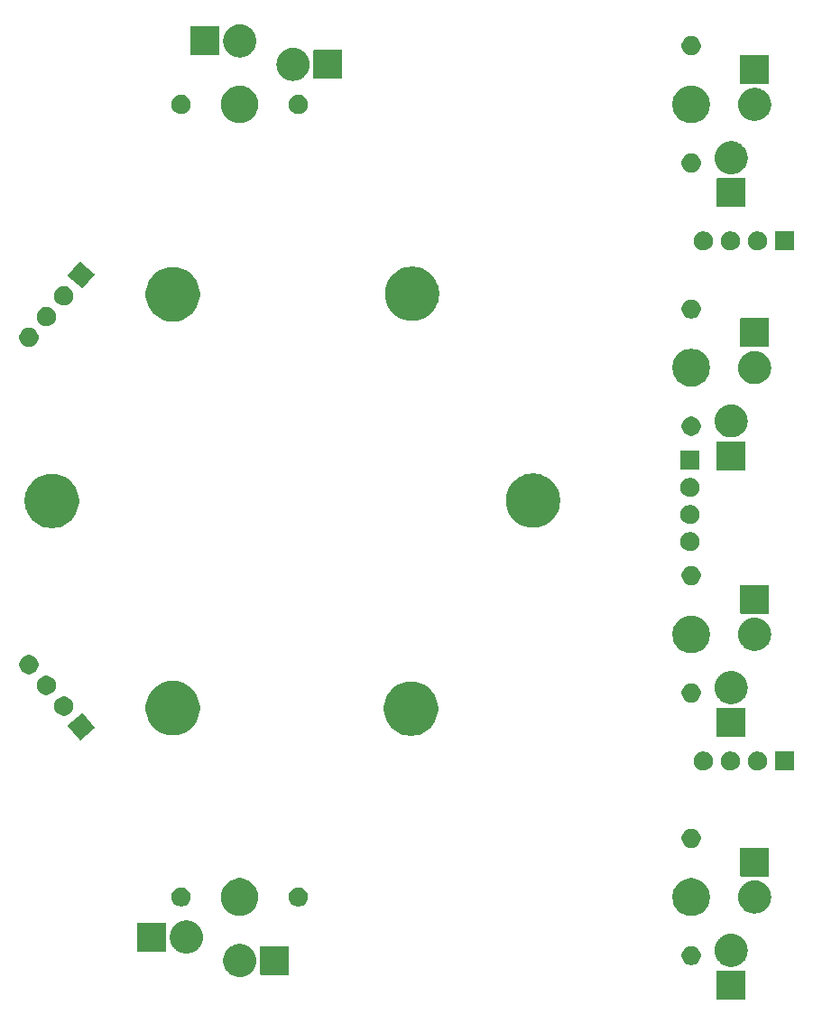
<source format=gbr>
G04 #@! TF.GenerationSoftware,KiCad,Pcbnew,9.0.2*
G04 #@! TF.CreationDate,2025-10-02T21:34:41-04:00*
G04 #@! TF.ProjectId,Trackball,54726163-6b62-4616-9c6c-2e6b69636164,rev?*
G04 #@! TF.SameCoordinates,Original*
G04 #@! TF.FileFunction,Soldermask,Bot*
G04 #@! TF.FilePolarity,Negative*
%FSLAX46Y46*%
G04 Gerber Fmt 4.6, Leading zero omitted, Abs format (unit mm)*
G04 Created by KiCad (PCBNEW 9.0.2) date 2025-10-02 21:34:41*
%MOMM*%
%LPD*%
G01*
G04 APERTURE LIST*
G04 APERTURE END LIST*
G36*
X442912517Y-145686882D02*
G01*
X442929062Y-145697938D01*
X442940118Y-145714483D01*
X442944000Y-145734000D01*
X442944000Y-148334000D01*
X442940118Y-148353517D01*
X442929062Y-148370062D01*
X442912517Y-148381118D01*
X442893000Y-148385000D01*
X440293000Y-148385000D01*
X440273483Y-148381118D01*
X440256938Y-148370062D01*
X440245882Y-148353517D01*
X440242000Y-148334000D01*
X440242000Y-145734000D01*
X440245882Y-145714483D01*
X440256938Y-145697938D01*
X440273483Y-145686882D01*
X440293000Y-145683000D01*
X442893000Y-145683000D01*
X442912517Y-145686882D01*
G37*
G36*
X395585482Y-143162781D02*
G01*
X395596690Y-143162781D01*
X395651888Y-143171523D01*
X395777534Y-143188065D01*
X395808189Y-143196279D01*
X395837074Y-143200854D01*
X395892620Y-143218902D01*
X395973467Y-143240565D01*
X396025050Y-143261931D01*
X396068542Y-143276063D01*
X396109286Y-143296823D01*
X396160870Y-143318190D01*
X396233353Y-143360038D01*
X396285395Y-143386555D01*
X396309055Y-143403745D01*
X396336539Y-143419613D01*
X396437074Y-143496756D01*
X396482294Y-143529610D01*
X396490219Y-143537535D01*
X396497466Y-143543096D01*
X396640903Y-143686533D01*
X396646463Y-143693779D01*
X396654390Y-143701706D01*
X396687247Y-143746930D01*
X396764386Y-143847460D01*
X396780252Y-143874941D01*
X396797445Y-143898605D01*
X396823964Y-143950652D01*
X396865809Y-144023129D01*
X396887173Y-144074706D01*
X396907937Y-144115458D01*
X396922070Y-144158955D01*
X396943434Y-144210532D01*
X396965093Y-144291366D01*
X396983146Y-144346926D01*
X396987721Y-144375816D01*
X396995934Y-144406465D01*
X397012474Y-144532099D01*
X397021219Y-144587310D01*
X397021219Y-144598518D01*
X397022412Y-144607580D01*
X397022412Y-144810419D01*
X397021219Y-144819480D01*
X397021219Y-144830690D01*
X397012473Y-144885905D01*
X396995934Y-145011534D01*
X396987722Y-145042180D01*
X396983146Y-145071074D01*
X396965091Y-145126638D01*
X396943434Y-145207467D01*
X396922071Y-145259039D01*
X396907937Y-145302542D01*
X396887171Y-145343297D01*
X396865809Y-145394870D01*
X396823968Y-145467338D01*
X396797445Y-145519395D01*
X396780249Y-145543062D01*
X396764386Y-145570539D01*
X396687261Y-145671050D01*
X396654390Y-145716294D01*
X396646459Y-145724224D01*
X396640903Y-145731466D01*
X396497466Y-145874903D01*
X396490224Y-145880459D01*
X396482294Y-145888390D01*
X396437050Y-145921261D01*
X396336539Y-145998386D01*
X396309062Y-146014249D01*
X396285395Y-146031445D01*
X396233338Y-146057968D01*
X396160870Y-146099809D01*
X396109297Y-146121171D01*
X396068542Y-146141937D01*
X396025039Y-146156071D01*
X395973467Y-146177434D01*
X395892638Y-146199091D01*
X395837074Y-146217146D01*
X395808180Y-146221722D01*
X395777534Y-146229934D01*
X395651902Y-146246474D01*
X395596690Y-146255219D01*
X395585481Y-146255219D01*
X395576420Y-146256412D01*
X395373580Y-146256412D01*
X395364519Y-146255219D01*
X395353310Y-146255219D01*
X395298099Y-146246474D01*
X395172465Y-146229934D01*
X395141816Y-146221721D01*
X395112926Y-146217146D01*
X395057366Y-146199093D01*
X394976532Y-146177434D01*
X394924955Y-146156070D01*
X394881458Y-146141937D01*
X394840706Y-146121173D01*
X394789129Y-146099809D01*
X394716652Y-146057964D01*
X394664605Y-146031445D01*
X394640941Y-146014252D01*
X394613460Y-145998386D01*
X394512930Y-145921247D01*
X394467706Y-145888390D01*
X394459779Y-145880463D01*
X394452533Y-145874903D01*
X394309096Y-145731466D01*
X394303535Y-145724219D01*
X394295610Y-145716294D01*
X394262756Y-145671074D01*
X394185613Y-145570539D01*
X394169745Y-145543055D01*
X394152555Y-145519395D01*
X394126038Y-145467353D01*
X394084190Y-145394870D01*
X394062823Y-145343286D01*
X394042063Y-145302542D01*
X394027931Y-145259050D01*
X394006565Y-145207467D01*
X393984902Y-145126620D01*
X393966854Y-145071074D01*
X393962279Y-145042189D01*
X393954065Y-145011534D01*
X393937524Y-144885891D01*
X393928781Y-144830690D01*
X393928781Y-144819480D01*
X393927588Y-144810419D01*
X393927588Y-144607580D01*
X393928781Y-144598518D01*
X393928781Y-144587310D01*
X393937523Y-144532113D01*
X393954065Y-144406465D01*
X393962279Y-144375807D01*
X393966854Y-144346926D01*
X393984900Y-144291383D01*
X394006565Y-144210532D01*
X394027933Y-144158944D01*
X394042063Y-144115458D01*
X394062821Y-144074717D01*
X394084190Y-144023129D01*
X394126042Y-143950637D01*
X394152555Y-143898605D01*
X394169742Y-143874948D01*
X394185613Y-143847460D01*
X394262770Y-143746906D01*
X394295610Y-143701706D01*
X394303532Y-143693783D01*
X394309096Y-143686533D01*
X394452533Y-143543096D01*
X394459783Y-143537532D01*
X394467706Y-143529610D01*
X394512906Y-143496770D01*
X394613460Y-143419613D01*
X394640948Y-143403742D01*
X394664605Y-143386555D01*
X394716637Y-143360042D01*
X394789129Y-143318190D01*
X394840717Y-143296821D01*
X394881458Y-143276063D01*
X394924944Y-143261933D01*
X394976532Y-143240565D01*
X395057383Y-143218900D01*
X395112926Y-143200854D01*
X395141807Y-143196279D01*
X395172465Y-143188065D01*
X395298113Y-143171523D01*
X395353310Y-143162781D01*
X395364518Y-143162781D01*
X395373580Y-143161588D01*
X395576420Y-143161588D01*
X395585482Y-143162781D01*
G37*
G36*
X400069517Y-143361882D02*
G01*
X400086062Y-143372938D01*
X400097118Y-143389483D01*
X400101000Y-143409000D01*
X400101000Y-146009000D01*
X400097118Y-146028517D01*
X400086062Y-146045062D01*
X400069517Y-146056118D01*
X400050000Y-146060000D01*
X397450000Y-146060000D01*
X397430483Y-146056118D01*
X397413938Y-146045062D01*
X397402882Y-146028517D01*
X397399000Y-146009000D01*
X397399000Y-143409000D01*
X397402882Y-143389483D01*
X397413938Y-143372938D01*
X397430483Y-143361882D01*
X397450000Y-143358000D01*
X400050000Y-143358000D01*
X400069517Y-143361882D01*
G37*
G36*
X441703482Y-142212781D02*
G01*
X441714690Y-142212781D01*
X441769888Y-142221523D01*
X441895534Y-142238065D01*
X441926189Y-142246279D01*
X441955074Y-142250854D01*
X442010620Y-142268902D01*
X442091467Y-142290565D01*
X442143050Y-142311931D01*
X442186542Y-142326063D01*
X442227286Y-142346823D01*
X442278870Y-142368190D01*
X442351353Y-142410038D01*
X442403395Y-142436555D01*
X442427055Y-142453745D01*
X442454539Y-142469613D01*
X442555074Y-142546756D01*
X442600294Y-142579610D01*
X442608219Y-142587535D01*
X442615466Y-142593096D01*
X442758903Y-142736533D01*
X442764463Y-142743779D01*
X442772390Y-142751706D01*
X442805247Y-142796930D01*
X442882386Y-142897460D01*
X442898252Y-142924941D01*
X442915445Y-142948605D01*
X442941964Y-143000652D01*
X442983809Y-143073129D01*
X443005173Y-143124706D01*
X443025937Y-143165458D01*
X443040070Y-143208955D01*
X443061434Y-143260532D01*
X443083093Y-143341366D01*
X443101146Y-143396926D01*
X443105721Y-143425816D01*
X443113934Y-143456465D01*
X443130474Y-143582099D01*
X443139219Y-143637310D01*
X443139219Y-143648518D01*
X443140412Y-143657580D01*
X443140412Y-143860419D01*
X443139219Y-143869480D01*
X443139219Y-143880690D01*
X443130473Y-143935905D01*
X443113934Y-144061534D01*
X443105722Y-144092180D01*
X443101146Y-144121074D01*
X443083091Y-144176638D01*
X443061434Y-144257467D01*
X443040071Y-144309039D01*
X443025937Y-144352542D01*
X443005171Y-144393297D01*
X442983809Y-144444870D01*
X442941968Y-144517338D01*
X442915445Y-144569395D01*
X442898249Y-144593062D01*
X442882386Y-144620539D01*
X442805261Y-144721050D01*
X442772390Y-144766294D01*
X442764459Y-144774224D01*
X442758903Y-144781466D01*
X442615466Y-144924903D01*
X442608224Y-144930459D01*
X442600294Y-144938390D01*
X442555050Y-144971261D01*
X442454539Y-145048386D01*
X442427062Y-145064249D01*
X442403395Y-145081445D01*
X442351338Y-145107968D01*
X442278870Y-145149809D01*
X442227297Y-145171171D01*
X442186542Y-145191937D01*
X442143039Y-145206071D01*
X442091467Y-145227434D01*
X442010638Y-145249091D01*
X441955074Y-145267146D01*
X441926180Y-145271722D01*
X441895534Y-145279934D01*
X441769902Y-145296474D01*
X441714690Y-145305219D01*
X441703481Y-145305219D01*
X441694420Y-145306412D01*
X441491580Y-145306412D01*
X441482519Y-145305219D01*
X441471310Y-145305219D01*
X441416099Y-145296474D01*
X441290465Y-145279934D01*
X441259816Y-145271721D01*
X441230926Y-145267146D01*
X441175366Y-145249093D01*
X441094532Y-145227434D01*
X441042955Y-145206070D01*
X440999458Y-145191937D01*
X440958706Y-145171173D01*
X440907129Y-145149809D01*
X440834652Y-145107964D01*
X440782605Y-145081445D01*
X440758941Y-145064252D01*
X440731460Y-145048386D01*
X440630930Y-144971247D01*
X440585706Y-144938390D01*
X440577779Y-144930463D01*
X440570533Y-144924903D01*
X440427096Y-144781466D01*
X440421535Y-144774219D01*
X440413610Y-144766294D01*
X440380756Y-144721074D01*
X440303613Y-144620539D01*
X440287745Y-144593055D01*
X440270555Y-144569395D01*
X440244038Y-144517353D01*
X440202190Y-144444870D01*
X440180823Y-144393286D01*
X440160063Y-144352542D01*
X440145931Y-144309050D01*
X440124565Y-144257467D01*
X440102902Y-144176620D01*
X440084854Y-144121074D01*
X440080279Y-144092189D01*
X440072065Y-144061534D01*
X440055524Y-143935891D01*
X440046781Y-143880690D01*
X440046781Y-143869480D01*
X440045588Y-143860419D01*
X440045588Y-143657580D01*
X440046781Y-143648518D01*
X440046781Y-143637310D01*
X440055523Y-143582113D01*
X440072065Y-143456465D01*
X440080279Y-143425807D01*
X440084854Y-143396926D01*
X440102900Y-143341383D01*
X440124565Y-143260532D01*
X440145933Y-143208944D01*
X440160063Y-143165458D01*
X440180821Y-143124717D01*
X440202190Y-143073129D01*
X440244042Y-143000637D01*
X440270555Y-142948605D01*
X440287742Y-142924948D01*
X440303613Y-142897460D01*
X440380770Y-142796906D01*
X440413610Y-142751706D01*
X440421532Y-142743783D01*
X440427096Y-142736533D01*
X440570533Y-142593096D01*
X440577783Y-142587532D01*
X440585706Y-142579610D01*
X440630906Y-142546770D01*
X440731460Y-142469613D01*
X440758948Y-142453742D01*
X440782605Y-142436555D01*
X440834637Y-142410042D01*
X440907129Y-142368190D01*
X440958717Y-142346821D01*
X440999458Y-142326063D01*
X441042944Y-142311933D01*
X441094532Y-142290565D01*
X441175383Y-142268900D01*
X441230926Y-142250854D01*
X441259807Y-142246279D01*
X441290465Y-142238065D01*
X441416113Y-142221523D01*
X441471310Y-142212781D01*
X441482518Y-142212781D01*
X441491580Y-142211588D01*
X441694420Y-142211588D01*
X441703482Y-142212781D01*
G37*
G36*
X438104808Y-143395936D02*
G01*
X438268153Y-143463595D01*
X438415159Y-143561822D01*
X438540178Y-143686841D01*
X438638405Y-143833847D01*
X438706064Y-143997192D01*
X438740557Y-144170598D01*
X438740557Y-144347402D01*
X438706064Y-144520808D01*
X438638405Y-144684153D01*
X438540178Y-144831159D01*
X438415159Y-144956178D01*
X438268153Y-145054405D01*
X438104808Y-145122064D01*
X437931402Y-145156557D01*
X437754598Y-145156557D01*
X437581192Y-145122064D01*
X437417847Y-145054405D01*
X437270841Y-144956178D01*
X437145822Y-144831159D01*
X437047595Y-144684153D01*
X436979936Y-144520808D01*
X436945443Y-144347402D01*
X436945443Y-144170598D01*
X436979936Y-143997192D01*
X437047595Y-143833847D01*
X437145822Y-143686841D01*
X437270841Y-143561822D01*
X437417847Y-143463595D01*
X437581192Y-143395936D01*
X437754598Y-143361443D01*
X437931402Y-143361443D01*
X438104808Y-143395936D01*
G37*
G36*
X390585482Y-140962781D02*
G01*
X390596690Y-140962781D01*
X390651888Y-140971523D01*
X390777534Y-140988065D01*
X390808189Y-140996279D01*
X390837074Y-141000854D01*
X390892620Y-141018902D01*
X390973467Y-141040565D01*
X391025050Y-141061931D01*
X391068542Y-141076063D01*
X391109286Y-141096823D01*
X391160870Y-141118190D01*
X391233353Y-141160038D01*
X391285395Y-141186555D01*
X391309055Y-141203745D01*
X391336539Y-141219613D01*
X391437074Y-141296756D01*
X391482294Y-141329610D01*
X391490219Y-141337535D01*
X391497466Y-141343096D01*
X391640903Y-141486533D01*
X391646463Y-141493779D01*
X391654390Y-141501706D01*
X391687247Y-141546930D01*
X391764386Y-141647460D01*
X391780252Y-141674941D01*
X391797445Y-141698605D01*
X391823964Y-141750652D01*
X391865809Y-141823129D01*
X391887173Y-141874706D01*
X391907937Y-141915458D01*
X391922070Y-141958955D01*
X391943434Y-142010532D01*
X391965093Y-142091366D01*
X391983146Y-142146926D01*
X391987721Y-142175816D01*
X391995934Y-142206465D01*
X392012474Y-142332099D01*
X392021219Y-142387310D01*
X392021219Y-142398518D01*
X392022412Y-142407580D01*
X392022412Y-142610419D01*
X392021219Y-142619480D01*
X392021219Y-142630690D01*
X392012473Y-142685905D01*
X391995934Y-142811534D01*
X391987722Y-142842180D01*
X391983146Y-142871074D01*
X391965091Y-142926638D01*
X391943434Y-143007467D01*
X391922071Y-143059039D01*
X391907937Y-143102542D01*
X391887171Y-143143297D01*
X391865809Y-143194870D01*
X391823968Y-143267338D01*
X391797445Y-143319395D01*
X391780249Y-143343062D01*
X391764386Y-143370539D01*
X391687261Y-143471050D01*
X391654390Y-143516294D01*
X391646459Y-143524224D01*
X391640903Y-143531466D01*
X391497466Y-143674903D01*
X391490224Y-143680459D01*
X391482294Y-143688390D01*
X391437050Y-143721261D01*
X391336539Y-143798386D01*
X391309062Y-143814249D01*
X391285395Y-143831445D01*
X391233338Y-143857968D01*
X391160870Y-143899809D01*
X391109297Y-143921171D01*
X391068542Y-143941937D01*
X391025039Y-143956071D01*
X390973467Y-143977434D01*
X390892638Y-143999091D01*
X390837074Y-144017146D01*
X390808180Y-144021722D01*
X390777534Y-144029934D01*
X390651902Y-144046474D01*
X390596690Y-144055219D01*
X390585481Y-144055219D01*
X390576420Y-144056412D01*
X390373580Y-144056412D01*
X390364519Y-144055219D01*
X390353310Y-144055219D01*
X390298099Y-144046474D01*
X390172465Y-144029934D01*
X390141816Y-144021721D01*
X390112926Y-144017146D01*
X390057366Y-143999093D01*
X389976532Y-143977434D01*
X389924955Y-143956070D01*
X389881458Y-143941937D01*
X389840706Y-143921173D01*
X389789129Y-143899809D01*
X389716652Y-143857964D01*
X389664605Y-143831445D01*
X389640941Y-143814252D01*
X389613460Y-143798386D01*
X389512930Y-143721247D01*
X389467706Y-143688390D01*
X389459779Y-143680463D01*
X389452533Y-143674903D01*
X389309096Y-143531466D01*
X389303535Y-143524219D01*
X389295610Y-143516294D01*
X389262756Y-143471074D01*
X389185613Y-143370539D01*
X389169745Y-143343055D01*
X389152555Y-143319395D01*
X389126038Y-143267353D01*
X389084190Y-143194870D01*
X389062823Y-143143286D01*
X389042063Y-143102542D01*
X389027931Y-143059050D01*
X389006565Y-143007467D01*
X388984902Y-142926620D01*
X388966854Y-142871074D01*
X388962279Y-142842189D01*
X388954065Y-142811534D01*
X388937524Y-142685891D01*
X388928781Y-142630690D01*
X388928781Y-142619480D01*
X388927588Y-142610419D01*
X388927588Y-142407580D01*
X388928781Y-142398518D01*
X388928781Y-142387310D01*
X388937523Y-142332113D01*
X388954065Y-142206465D01*
X388962279Y-142175807D01*
X388966854Y-142146926D01*
X388984900Y-142091383D01*
X389006565Y-142010532D01*
X389027933Y-141958944D01*
X389042063Y-141915458D01*
X389062821Y-141874717D01*
X389084190Y-141823129D01*
X389126042Y-141750637D01*
X389152555Y-141698605D01*
X389169742Y-141674948D01*
X389185613Y-141647460D01*
X389262770Y-141546906D01*
X389295610Y-141501706D01*
X389303532Y-141493783D01*
X389309096Y-141486533D01*
X389452533Y-141343096D01*
X389459783Y-141337532D01*
X389467706Y-141329610D01*
X389512906Y-141296770D01*
X389613460Y-141219613D01*
X389640948Y-141203742D01*
X389664605Y-141186555D01*
X389716637Y-141160042D01*
X389789129Y-141118190D01*
X389840717Y-141096821D01*
X389881458Y-141076063D01*
X389924944Y-141061933D01*
X389976532Y-141040565D01*
X390057383Y-141018900D01*
X390112926Y-141000854D01*
X390141807Y-140996279D01*
X390172465Y-140988065D01*
X390298113Y-140971523D01*
X390353310Y-140962781D01*
X390364518Y-140962781D01*
X390373580Y-140961588D01*
X390576420Y-140961588D01*
X390585482Y-140962781D01*
G37*
G36*
X388519517Y-141161882D02*
G01*
X388536062Y-141172938D01*
X388547118Y-141189483D01*
X388551000Y-141209000D01*
X388551000Y-143809000D01*
X388547118Y-143828517D01*
X388536062Y-143845062D01*
X388519517Y-143856118D01*
X388500000Y-143860000D01*
X385900000Y-143860000D01*
X385880483Y-143856118D01*
X385863938Y-143845062D01*
X385852882Y-143828517D01*
X385849000Y-143809000D01*
X385849000Y-141209000D01*
X385852882Y-141189483D01*
X385863938Y-141172938D01*
X385880483Y-141161882D01*
X385900000Y-141158000D01*
X388500000Y-141158000D01*
X388519517Y-141161882D01*
G37*
G36*
X395819432Y-137027424D02*
G01*
X396042501Y-137087195D01*
X396255861Y-137175571D01*
X396455859Y-137291040D01*
X396639075Y-137431627D01*
X396802373Y-137594925D01*
X396942960Y-137778141D01*
X397058429Y-137978139D01*
X397146805Y-138191499D01*
X397206576Y-138414568D01*
X397236720Y-138643531D01*
X397236720Y-138874469D01*
X397206576Y-139103432D01*
X397146805Y-139326501D01*
X397058429Y-139539861D01*
X396942960Y-139739859D01*
X396802373Y-139923075D01*
X396639075Y-140086373D01*
X396455859Y-140226960D01*
X396255861Y-140342429D01*
X396042501Y-140430805D01*
X395819432Y-140490576D01*
X395590469Y-140520720D01*
X395359531Y-140520720D01*
X395130568Y-140490576D01*
X394907499Y-140430805D01*
X394694139Y-140342429D01*
X394494141Y-140226960D01*
X394310925Y-140086373D01*
X394147627Y-139923075D01*
X394007040Y-139739859D01*
X393891571Y-139539861D01*
X393803195Y-139326501D01*
X393743424Y-139103432D01*
X393713280Y-138874469D01*
X393713280Y-138643531D01*
X393743424Y-138414568D01*
X393803195Y-138191499D01*
X393891571Y-137978139D01*
X394007040Y-137778141D01*
X394147627Y-137594925D01*
X394310925Y-137431627D01*
X394494141Y-137291040D01*
X394694139Y-137175571D01*
X394907499Y-137087195D01*
X395130568Y-137027424D01*
X395359531Y-136997280D01*
X395590469Y-136997280D01*
X395819432Y-137027424D01*
G37*
G36*
X438187432Y-137027424D02*
G01*
X438410501Y-137087195D01*
X438623861Y-137175571D01*
X438823859Y-137291040D01*
X439007075Y-137431627D01*
X439170373Y-137594925D01*
X439310960Y-137778141D01*
X439426429Y-137978139D01*
X439514805Y-138191499D01*
X439574576Y-138414568D01*
X439604720Y-138643531D01*
X439604720Y-138874469D01*
X439574576Y-139103432D01*
X439514805Y-139326501D01*
X439426429Y-139539861D01*
X439310960Y-139739859D01*
X439170373Y-139923075D01*
X439007075Y-140086373D01*
X438823859Y-140226960D01*
X438623861Y-140342429D01*
X438410501Y-140430805D01*
X438187432Y-140490576D01*
X437958469Y-140520720D01*
X437727531Y-140520720D01*
X437498568Y-140490576D01*
X437275499Y-140430805D01*
X437062139Y-140342429D01*
X436862141Y-140226960D01*
X436678925Y-140086373D01*
X436515627Y-139923075D01*
X436375040Y-139739859D01*
X436259571Y-139539861D01*
X436171195Y-139326501D01*
X436111424Y-139103432D01*
X436081280Y-138874469D01*
X436081280Y-138643531D01*
X436111424Y-138414568D01*
X436171195Y-138191499D01*
X436259571Y-137978139D01*
X436375040Y-137778141D01*
X436515627Y-137594925D01*
X436678925Y-137431627D01*
X436862141Y-137291040D01*
X437062139Y-137175571D01*
X437275499Y-137087195D01*
X437498568Y-137027424D01*
X437727531Y-136997280D01*
X437958469Y-136997280D01*
X438187432Y-137027424D01*
G37*
G36*
X443903482Y-137212781D02*
G01*
X443914690Y-137212781D01*
X443969888Y-137221523D01*
X444095534Y-137238065D01*
X444126189Y-137246279D01*
X444155074Y-137250854D01*
X444210620Y-137268902D01*
X444291467Y-137290565D01*
X444343050Y-137311931D01*
X444386542Y-137326063D01*
X444427286Y-137346823D01*
X444478870Y-137368190D01*
X444551353Y-137410038D01*
X444603395Y-137436555D01*
X444627055Y-137453745D01*
X444654539Y-137469613D01*
X444755074Y-137546756D01*
X444800294Y-137579610D01*
X444808219Y-137587535D01*
X444815466Y-137593096D01*
X444958903Y-137736533D01*
X444964463Y-137743779D01*
X444972390Y-137751706D01*
X445005247Y-137796930D01*
X445082386Y-137897460D01*
X445098252Y-137924941D01*
X445115445Y-137948605D01*
X445141964Y-138000652D01*
X445183809Y-138073129D01*
X445205173Y-138124706D01*
X445225937Y-138165458D01*
X445240070Y-138208955D01*
X445261434Y-138260532D01*
X445283093Y-138341366D01*
X445301146Y-138396926D01*
X445305721Y-138425816D01*
X445313934Y-138456465D01*
X445330474Y-138582099D01*
X445339219Y-138637310D01*
X445339219Y-138648518D01*
X445340412Y-138657580D01*
X445340412Y-138860419D01*
X445339219Y-138869480D01*
X445339219Y-138880690D01*
X445330473Y-138935905D01*
X445313934Y-139061534D01*
X445305722Y-139092180D01*
X445301146Y-139121074D01*
X445283091Y-139176638D01*
X445261434Y-139257467D01*
X445240071Y-139309039D01*
X445225937Y-139352542D01*
X445205171Y-139393297D01*
X445183809Y-139444870D01*
X445141968Y-139517338D01*
X445115445Y-139569395D01*
X445098249Y-139593062D01*
X445082386Y-139620539D01*
X445005261Y-139721050D01*
X444972390Y-139766294D01*
X444964459Y-139774224D01*
X444958903Y-139781466D01*
X444815466Y-139924903D01*
X444808224Y-139930459D01*
X444800294Y-139938390D01*
X444755050Y-139971261D01*
X444654539Y-140048386D01*
X444627062Y-140064249D01*
X444603395Y-140081445D01*
X444551338Y-140107968D01*
X444478870Y-140149809D01*
X444427297Y-140171171D01*
X444386542Y-140191937D01*
X444343039Y-140206071D01*
X444291467Y-140227434D01*
X444210638Y-140249091D01*
X444155074Y-140267146D01*
X444126180Y-140271722D01*
X444095534Y-140279934D01*
X443969902Y-140296474D01*
X443914690Y-140305219D01*
X443903481Y-140305219D01*
X443894420Y-140306412D01*
X443691580Y-140306412D01*
X443682519Y-140305219D01*
X443671310Y-140305219D01*
X443616099Y-140296474D01*
X443490465Y-140279934D01*
X443459816Y-140271721D01*
X443430926Y-140267146D01*
X443375366Y-140249093D01*
X443294532Y-140227434D01*
X443242955Y-140206070D01*
X443199458Y-140191937D01*
X443158706Y-140171173D01*
X443107129Y-140149809D01*
X443034652Y-140107964D01*
X442982605Y-140081445D01*
X442958941Y-140064252D01*
X442931460Y-140048386D01*
X442830930Y-139971247D01*
X442785706Y-139938390D01*
X442777779Y-139930463D01*
X442770533Y-139924903D01*
X442627096Y-139781466D01*
X442621535Y-139774219D01*
X442613610Y-139766294D01*
X442580756Y-139721074D01*
X442503613Y-139620539D01*
X442487745Y-139593055D01*
X442470555Y-139569395D01*
X442444038Y-139517353D01*
X442402190Y-139444870D01*
X442380823Y-139393286D01*
X442360063Y-139352542D01*
X442345931Y-139309050D01*
X442324565Y-139257467D01*
X442302902Y-139176620D01*
X442284854Y-139121074D01*
X442280279Y-139092189D01*
X442272065Y-139061534D01*
X442255524Y-138935891D01*
X442246781Y-138880690D01*
X442246781Y-138869480D01*
X442245588Y-138860419D01*
X442245588Y-138657580D01*
X442246781Y-138648518D01*
X442246781Y-138637310D01*
X442255523Y-138582113D01*
X442272065Y-138456465D01*
X442280279Y-138425807D01*
X442284854Y-138396926D01*
X442302900Y-138341383D01*
X442324565Y-138260532D01*
X442345933Y-138208944D01*
X442360063Y-138165458D01*
X442380821Y-138124717D01*
X442402190Y-138073129D01*
X442444042Y-138000637D01*
X442470555Y-137948605D01*
X442487742Y-137924948D01*
X442503613Y-137897460D01*
X442580770Y-137796906D01*
X442613610Y-137751706D01*
X442621532Y-137743783D01*
X442627096Y-137736533D01*
X442770533Y-137593096D01*
X442777783Y-137587532D01*
X442785706Y-137579610D01*
X442830906Y-137546770D01*
X442931460Y-137469613D01*
X442958948Y-137453742D01*
X442982605Y-137436555D01*
X443034637Y-137410042D01*
X443107129Y-137368190D01*
X443158717Y-137346821D01*
X443199458Y-137326063D01*
X443242944Y-137311933D01*
X443294532Y-137290565D01*
X443375383Y-137268900D01*
X443430926Y-137250854D01*
X443459807Y-137246279D01*
X443490465Y-137238065D01*
X443616113Y-137221523D01*
X443671310Y-137212781D01*
X443682518Y-137212781D01*
X443691580Y-137211588D01*
X443894420Y-137211588D01*
X443903482Y-137212781D01*
G37*
G36*
X390236808Y-137895936D02*
G01*
X390400153Y-137963595D01*
X390547159Y-138061822D01*
X390672178Y-138186841D01*
X390770405Y-138333847D01*
X390838064Y-138497192D01*
X390872557Y-138670598D01*
X390872557Y-138847402D01*
X390838064Y-139020808D01*
X390770405Y-139184153D01*
X390672178Y-139331159D01*
X390547159Y-139456178D01*
X390400153Y-139554405D01*
X390236808Y-139622064D01*
X390063402Y-139656557D01*
X389886598Y-139656557D01*
X389713192Y-139622064D01*
X389549847Y-139554405D01*
X389402841Y-139456178D01*
X389277822Y-139331159D01*
X389179595Y-139184153D01*
X389111936Y-139020808D01*
X389077443Y-138847402D01*
X389077443Y-138670598D01*
X389111936Y-138497192D01*
X389179595Y-138333847D01*
X389277822Y-138186841D01*
X389402841Y-138061822D01*
X389549847Y-137963595D01*
X389713192Y-137895936D01*
X389886598Y-137861443D01*
X390063402Y-137861443D01*
X390236808Y-137895936D01*
G37*
G36*
X401236808Y-137895936D02*
G01*
X401400153Y-137963595D01*
X401547159Y-138061822D01*
X401672178Y-138186841D01*
X401770405Y-138333847D01*
X401838064Y-138497192D01*
X401872557Y-138670598D01*
X401872557Y-138847402D01*
X401838064Y-139020808D01*
X401770405Y-139184153D01*
X401672178Y-139331159D01*
X401547159Y-139456178D01*
X401400153Y-139554405D01*
X401236808Y-139622064D01*
X401063402Y-139656557D01*
X400886598Y-139656557D01*
X400713192Y-139622064D01*
X400549847Y-139554405D01*
X400402841Y-139456178D01*
X400277822Y-139331159D01*
X400179595Y-139184153D01*
X400111936Y-139020808D01*
X400077443Y-138847402D01*
X400077443Y-138670598D01*
X400111936Y-138497192D01*
X400179595Y-138333847D01*
X400277822Y-138186841D01*
X400402841Y-138061822D01*
X400549847Y-137963595D01*
X400713192Y-137895936D01*
X400886598Y-137861443D01*
X401063402Y-137861443D01*
X401236808Y-137895936D01*
G37*
G36*
X445112517Y-134136882D02*
G01*
X445129062Y-134147938D01*
X445140118Y-134164483D01*
X445144000Y-134184000D01*
X445144000Y-136784000D01*
X445140118Y-136803517D01*
X445129062Y-136820062D01*
X445112517Y-136831118D01*
X445093000Y-136835000D01*
X442493000Y-136835000D01*
X442473483Y-136831118D01*
X442456938Y-136820062D01*
X442445882Y-136803517D01*
X442442000Y-136784000D01*
X442442000Y-134184000D01*
X442445882Y-134164483D01*
X442456938Y-134147938D01*
X442473483Y-134136882D01*
X442493000Y-134133000D01*
X445093000Y-134133000D01*
X445112517Y-134136882D01*
G37*
G36*
X438104808Y-132395936D02*
G01*
X438268153Y-132463595D01*
X438415159Y-132561822D01*
X438540178Y-132686841D01*
X438638405Y-132833847D01*
X438706064Y-132997192D01*
X438740557Y-133170598D01*
X438740557Y-133347402D01*
X438706064Y-133520808D01*
X438638405Y-133684153D01*
X438540178Y-133831159D01*
X438415159Y-133956178D01*
X438268153Y-134054405D01*
X438104808Y-134122064D01*
X437931402Y-134156557D01*
X437754598Y-134156557D01*
X437581192Y-134122064D01*
X437417847Y-134054405D01*
X437270841Y-133956178D01*
X437145822Y-133831159D01*
X437047595Y-133684153D01*
X436979936Y-133520808D01*
X436945443Y-133347402D01*
X436945443Y-133170598D01*
X436979936Y-132997192D01*
X437047595Y-132833847D01*
X437145822Y-132686841D01*
X437270841Y-132561822D01*
X437417847Y-132463595D01*
X437581192Y-132395936D01*
X437754598Y-132361443D01*
X437931402Y-132361443D01*
X438104808Y-132395936D01*
G37*
G36*
X447462517Y-125111882D02*
G01*
X447479062Y-125122938D01*
X447490118Y-125139483D01*
X447494000Y-125159000D01*
X447494000Y-126859000D01*
X447490118Y-126878517D01*
X447479062Y-126895062D01*
X447462517Y-126906118D01*
X447443000Y-126910000D01*
X445743000Y-126910000D01*
X445723483Y-126906118D01*
X445706938Y-126895062D01*
X445695882Y-126878517D01*
X445692000Y-126859000D01*
X445692000Y-125159000D01*
X445695882Y-125139483D01*
X445706938Y-125122938D01*
X445723483Y-125111882D01*
X445743000Y-125108000D01*
X447443000Y-125108000D01*
X447462517Y-125111882D01*
G37*
G36*
X439234546Y-125146797D02*
G01*
X439397728Y-125214389D01*
X439544588Y-125312518D01*
X439669482Y-125437412D01*
X439767611Y-125584272D01*
X439835203Y-125747454D01*
X439869661Y-125920687D01*
X439869661Y-126097313D01*
X439835203Y-126270546D01*
X439767611Y-126433728D01*
X439669482Y-126580588D01*
X439544588Y-126705482D01*
X439397728Y-126803611D01*
X439234546Y-126871203D01*
X439061313Y-126905661D01*
X438884687Y-126905661D01*
X438711454Y-126871203D01*
X438548272Y-126803611D01*
X438401412Y-126705482D01*
X438276518Y-126580588D01*
X438178389Y-126433728D01*
X438110797Y-126270546D01*
X438076339Y-126097313D01*
X438076339Y-125920687D01*
X438110797Y-125747454D01*
X438178389Y-125584272D01*
X438276518Y-125437412D01*
X438401412Y-125312518D01*
X438548272Y-125214389D01*
X438711454Y-125146797D01*
X438884687Y-125112339D01*
X439061313Y-125112339D01*
X439234546Y-125146797D01*
G37*
G36*
X441774546Y-125146797D02*
G01*
X441937728Y-125214389D01*
X442084588Y-125312518D01*
X442209482Y-125437412D01*
X442307611Y-125584272D01*
X442375203Y-125747454D01*
X442409661Y-125920687D01*
X442409661Y-126097313D01*
X442375203Y-126270546D01*
X442307611Y-126433728D01*
X442209482Y-126580588D01*
X442084588Y-126705482D01*
X441937728Y-126803611D01*
X441774546Y-126871203D01*
X441601313Y-126905661D01*
X441424687Y-126905661D01*
X441251454Y-126871203D01*
X441088272Y-126803611D01*
X440941412Y-126705482D01*
X440816518Y-126580588D01*
X440718389Y-126433728D01*
X440650797Y-126270546D01*
X440616339Y-126097313D01*
X440616339Y-125920687D01*
X440650797Y-125747454D01*
X440718389Y-125584272D01*
X440816518Y-125437412D01*
X440941412Y-125312518D01*
X441088272Y-125214389D01*
X441251454Y-125146797D01*
X441424687Y-125112339D01*
X441601313Y-125112339D01*
X441774546Y-125146797D01*
G37*
G36*
X444314546Y-125146797D02*
G01*
X444477728Y-125214389D01*
X444624588Y-125312518D01*
X444749482Y-125437412D01*
X444847611Y-125584272D01*
X444915203Y-125747454D01*
X444949661Y-125920687D01*
X444949661Y-126097313D01*
X444915203Y-126270546D01*
X444847611Y-126433728D01*
X444749482Y-126580588D01*
X444624588Y-126705482D01*
X444477728Y-126803611D01*
X444314546Y-126871203D01*
X444141313Y-126905661D01*
X443964687Y-126905661D01*
X443791454Y-126871203D01*
X443628272Y-126803611D01*
X443481412Y-126705482D01*
X443356518Y-126580588D01*
X443258389Y-126433728D01*
X443190797Y-126270546D01*
X443156339Y-126097313D01*
X443156339Y-125920687D01*
X443190797Y-125747454D01*
X443258389Y-125584272D01*
X443356518Y-125437412D01*
X443481412Y-125312518D01*
X443628272Y-125214389D01*
X443791454Y-125146797D01*
X443964687Y-125112339D01*
X444141313Y-125112339D01*
X444314546Y-125146797D01*
G37*
G36*
X380727267Y-121568306D02*
G01*
X380742786Y-121580762D01*
X381835525Y-122883037D01*
X381845096Y-122900483D01*
X381847262Y-122920264D01*
X381841694Y-122939369D01*
X381829238Y-122954888D01*
X380526963Y-124047627D01*
X380509517Y-124057198D01*
X380489736Y-124059364D01*
X380470631Y-124053796D01*
X380455112Y-124041340D01*
X379362373Y-122739065D01*
X379352802Y-122721619D01*
X379350636Y-122701838D01*
X379356204Y-122682733D01*
X379368660Y-122667214D01*
X380670935Y-121574475D01*
X380688381Y-121564904D01*
X380708162Y-121562738D01*
X380727267Y-121568306D01*
G37*
G36*
X442912517Y-121052882D02*
G01*
X442929062Y-121063938D01*
X442940118Y-121080483D01*
X442944000Y-121100000D01*
X442944000Y-123700000D01*
X442940118Y-123719517D01*
X442929062Y-123736062D01*
X442912517Y-123747118D01*
X442893000Y-123751000D01*
X440293000Y-123751000D01*
X440273483Y-123747118D01*
X440256938Y-123736062D01*
X440245882Y-123719517D01*
X440242000Y-123700000D01*
X440242000Y-121100000D01*
X440245882Y-121080483D01*
X440256938Y-121063938D01*
X440273483Y-121052882D01*
X440293000Y-121049000D01*
X442893000Y-121049000D01*
X442912517Y-121052882D01*
G37*
G36*
X411977308Y-118585043D02*
G01*
X412256207Y-118648700D01*
X412526225Y-118743183D01*
X412783967Y-118867305D01*
X413026190Y-119019504D01*
X413249850Y-119197867D01*
X413452133Y-119400150D01*
X413630496Y-119623810D01*
X413782695Y-119866033D01*
X413906817Y-120123775D01*
X414001300Y-120393793D01*
X414064957Y-120672692D01*
X414096987Y-120956964D01*
X414096987Y-121243036D01*
X414064957Y-121527308D01*
X414001300Y-121806207D01*
X413906817Y-122076225D01*
X413782695Y-122333967D01*
X413630496Y-122576190D01*
X413452133Y-122799850D01*
X413249850Y-123002133D01*
X413026190Y-123180496D01*
X412783967Y-123332695D01*
X412526225Y-123456817D01*
X412256207Y-123551300D01*
X411977308Y-123614957D01*
X411693036Y-123646987D01*
X411406964Y-123646987D01*
X411122692Y-123614957D01*
X410843793Y-123551300D01*
X410573775Y-123456817D01*
X410316033Y-123332695D01*
X410073810Y-123180496D01*
X409850150Y-123002133D01*
X409647867Y-122799850D01*
X409469504Y-122576190D01*
X409317305Y-122333967D01*
X409193183Y-122076225D01*
X409098700Y-121806207D01*
X409035043Y-121527308D01*
X409003013Y-121243036D01*
X409003013Y-120956964D01*
X409035043Y-120672692D01*
X409098700Y-120393793D01*
X409193183Y-120123775D01*
X409317305Y-119866033D01*
X409469504Y-119623810D01*
X409647867Y-119400150D01*
X409850150Y-119197867D01*
X410073810Y-119019504D01*
X410316033Y-118867305D01*
X410573775Y-118743183D01*
X410843793Y-118648700D01*
X411122692Y-118585043D01*
X411406964Y-118553013D01*
X411693036Y-118553013D01*
X411977308Y-118585043D01*
G37*
G36*
X389627308Y-118535043D02*
G01*
X389906207Y-118598700D01*
X390176225Y-118693183D01*
X390433967Y-118817305D01*
X390676190Y-118969504D01*
X390899850Y-119147867D01*
X391102133Y-119350150D01*
X391280496Y-119573810D01*
X391432695Y-119816033D01*
X391556817Y-120073775D01*
X391651300Y-120343793D01*
X391714957Y-120622692D01*
X391746987Y-120906964D01*
X391746987Y-121193036D01*
X391714957Y-121477308D01*
X391651300Y-121756207D01*
X391556817Y-122026225D01*
X391432695Y-122283967D01*
X391280496Y-122526190D01*
X391102133Y-122749850D01*
X390899850Y-122952133D01*
X390676190Y-123130496D01*
X390433967Y-123282695D01*
X390176225Y-123406817D01*
X389906207Y-123501300D01*
X389627308Y-123564957D01*
X389343036Y-123596987D01*
X389056964Y-123596987D01*
X388772692Y-123564957D01*
X388493793Y-123501300D01*
X388223775Y-123406817D01*
X387966033Y-123282695D01*
X387723810Y-123130496D01*
X387500150Y-122952133D01*
X387297867Y-122749850D01*
X387119504Y-122526190D01*
X386967305Y-122283967D01*
X386843183Y-122026225D01*
X386748700Y-121756207D01*
X386685043Y-121477308D01*
X386653013Y-121193036D01*
X386653013Y-120906964D01*
X386685043Y-120622692D01*
X386748700Y-120343793D01*
X386843183Y-120073775D01*
X386967305Y-119816033D01*
X387119504Y-119573810D01*
X387297867Y-119350150D01*
X387500150Y-119147867D01*
X387723810Y-118969504D01*
X387966033Y-118817305D01*
X388223775Y-118693183D01*
X388493793Y-118598700D01*
X388772692Y-118535043D01*
X389056964Y-118503013D01*
X389343036Y-118503013D01*
X389627308Y-118535043D01*
G37*
G36*
X379227814Y-120003095D02*
G01*
X379390996Y-120070687D01*
X379537856Y-120168816D01*
X379662750Y-120293710D01*
X379760879Y-120440570D01*
X379828471Y-120603752D01*
X379862929Y-120776985D01*
X379862929Y-120953611D01*
X379828471Y-121126844D01*
X379760879Y-121290026D01*
X379662750Y-121436886D01*
X379537856Y-121561780D01*
X379390996Y-121659909D01*
X379227814Y-121727501D01*
X379054581Y-121761959D01*
X378877955Y-121761959D01*
X378704722Y-121727501D01*
X378541540Y-121659909D01*
X378394680Y-121561780D01*
X378269786Y-121436886D01*
X378171657Y-121290026D01*
X378104065Y-121126844D01*
X378069607Y-120953611D01*
X378069607Y-120776985D01*
X378104065Y-120603752D01*
X378171657Y-120440570D01*
X378269786Y-120293710D01*
X378394680Y-120168816D01*
X378541540Y-120070687D01*
X378704722Y-120003095D01*
X378877955Y-119968637D01*
X379054581Y-119968637D01*
X379227814Y-120003095D01*
G37*
G36*
X441703482Y-117578781D02*
G01*
X441714690Y-117578781D01*
X441769888Y-117587523D01*
X441895534Y-117604065D01*
X441926189Y-117612279D01*
X441955074Y-117616854D01*
X442010620Y-117634902D01*
X442091467Y-117656565D01*
X442143050Y-117677931D01*
X442186542Y-117692063D01*
X442227286Y-117712823D01*
X442278870Y-117734190D01*
X442351353Y-117776038D01*
X442403395Y-117802555D01*
X442427055Y-117819745D01*
X442454539Y-117835613D01*
X442555074Y-117912756D01*
X442600294Y-117945610D01*
X442608219Y-117953535D01*
X442615466Y-117959096D01*
X442758903Y-118102533D01*
X442764463Y-118109779D01*
X442772390Y-118117706D01*
X442805247Y-118162930D01*
X442882386Y-118263460D01*
X442898252Y-118290941D01*
X442915445Y-118314605D01*
X442941964Y-118366652D01*
X442983809Y-118439129D01*
X443005173Y-118490706D01*
X443025937Y-118531458D01*
X443040070Y-118574955D01*
X443061434Y-118626532D01*
X443083093Y-118707366D01*
X443101146Y-118762926D01*
X443105721Y-118791816D01*
X443113934Y-118822465D01*
X443130474Y-118948099D01*
X443139219Y-119003310D01*
X443139219Y-119014518D01*
X443140412Y-119023580D01*
X443140412Y-119226419D01*
X443139219Y-119235480D01*
X443139219Y-119246690D01*
X443130473Y-119301905D01*
X443113934Y-119427534D01*
X443105722Y-119458180D01*
X443101146Y-119487074D01*
X443083091Y-119542638D01*
X443061434Y-119623467D01*
X443040071Y-119675039D01*
X443025937Y-119718542D01*
X443005171Y-119759297D01*
X442983809Y-119810870D01*
X442941968Y-119883338D01*
X442915445Y-119935395D01*
X442898249Y-119959062D01*
X442882386Y-119986539D01*
X442805261Y-120087050D01*
X442772390Y-120132294D01*
X442764459Y-120140224D01*
X442758903Y-120147466D01*
X442615466Y-120290903D01*
X442608224Y-120296459D01*
X442600294Y-120304390D01*
X442555050Y-120337261D01*
X442454539Y-120414386D01*
X442427062Y-120430249D01*
X442403395Y-120447445D01*
X442351338Y-120473968D01*
X442278870Y-120515809D01*
X442227297Y-120537171D01*
X442186542Y-120557937D01*
X442143039Y-120572071D01*
X442091467Y-120593434D01*
X442010638Y-120615091D01*
X441955074Y-120633146D01*
X441926180Y-120637722D01*
X441895534Y-120645934D01*
X441769902Y-120662474D01*
X441714690Y-120671219D01*
X441703481Y-120671219D01*
X441694420Y-120672412D01*
X441491580Y-120672412D01*
X441482519Y-120671219D01*
X441471310Y-120671219D01*
X441416099Y-120662474D01*
X441290465Y-120645934D01*
X441259816Y-120637721D01*
X441230926Y-120633146D01*
X441175366Y-120615093D01*
X441094532Y-120593434D01*
X441042955Y-120572070D01*
X440999458Y-120557937D01*
X440958706Y-120537173D01*
X440907129Y-120515809D01*
X440834652Y-120473964D01*
X440782605Y-120447445D01*
X440758941Y-120430252D01*
X440731460Y-120414386D01*
X440630930Y-120337247D01*
X440585706Y-120304390D01*
X440577779Y-120296463D01*
X440570533Y-120290903D01*
X440427096Y-120147466D01*
X440421535Y-120140219D01*
X440413610Y-120132294D01*
X440380756Y-120087074D01*
X440303613Y-119986539D01*
X440287745Y-119959055D01*
X440270555Y-119935395D01*
X440244038Y-119883353D01*
X440202190Y-119810870D01*
X440180823Y-119759286D01*
X440160063Y-119718542D01*
X440145931Y-119675050D01*
X440124565Y-119623467D01*
X440102902Y-119542620D01*
X440084854Y-119487074D01*
X440080279Y-119458189D01*
X440072065Y-119427534D01*
X440055524Y-119301891D01*
X440046781Y-119246690D01*
X440046781Y-119235480D01*
X440045588Y-119226419D01*
X440045588Y-119023580D01*
X440046781Y-119014518D01*
X440046781Y-119003310D01*
X440055523Y-118948113D01*
X440072065Y-118822465D01*
X440080279Y-118791807D01*
X440084854Y-118762926D01*
X440102900Y-118707383D01*
X440124565Y-118626532D01*
X440145933Y-118574944D01*
X440160063Y-118531458D01*
X440180821Y-118490717D01*
X440202190Y-118439129D01*
X440244042Y-118366637D01*
X440270555Y-118314605D01*
X440287742Y-118290948D01*
X440303613Y-118263460D01*
X440380770Y-118162906D01*
X440413610Y-118117706D01*
X440421532Y-118109783D01*
X440427096Y-118102533D01*
X440570533Y-117959096D01*
X440577783Y-117953532D01*
X440585706Y-117945610D01*
X440630906Y-117912770D01*
X440731460Y-117835613D01*
X440758948Y-117819742D01*
X440782605Y-117802555D01*
X440834637Y-117776042D01*
X440907129Y-117734190D01*
X440958717Y-117712821D01*
X440999458Y-117692063D01*
X441042944Y-117677933D01*
X441094532Y-117656565D01*
X441175383Y-117634900D01*
X441230926Y-117616854D01*
X441259807Y-117612279D01*
X441290465Y-117604065D01*
X441416113Y-117587523D01*
X441471310Y-117578781D01*
X441482518Y-117578781D01*
X441491580Y-117577588D01*
X441694420Y-117577588D01*
X441703482Y-117578781D01*
G37*
G36*
X438104808Y-118761936D02*
G01*
X438268153Y-118829595D01*
X438415159Y-118927822D01*
X438540178Y-119052841D01*
X438638405Y-119199847D01*
X438706064Y-119363192D01*
X438740557Y-119536598D01*
X438740557Y-119713402D01*
X438706064Y-119886808D01*
X438638405Y-120050153D01*
X438540178Y-120197159D01*
X438415159Y-120322178D01*
X438268153Y-120420405D01*
X438104808Y-120488064D01*
X437931402Y-120522557D01*
X437754598Y-120522557D01*
X437581192Y-120488064D01*
X437417847Y-120420405D01*
X437270841Y-120322178D01*
X437145822Y-120197159D01*
X437047595Y-120050153D01*
X436979936Y-119886808D01*
X436945443Y-119713402D01*
X436945443Y-119536598D01*
X436979936Y-119363192D01*
X437047595Y-119199847D01*
X437145822Y-119052841D01*
X437270841Y-118927822D01*
X437417847Y-118829595D01*
X437581192Y-118761936D01*
X437754598Y-118727443D01*
X437931402Y-118727443D01*
X438104808Y-118761936D01*
G37*
G36*
X377595135Y-118057343D02*
G01*
X377758317Y-118124935D01*
X377905177Y-118223064D01*
X378030071Y-118347958D01*
X378128200Y-118494818D01*
X378195792Y-118658000D01*
X378230250Y-118831233D01*
X378230250Y-119007859D01*
X378195792Y-119181092D01*
X378128200Y-119344274D01*
X378030071Y-119491134D01*
X377905177Y-119616028D01*
X377758317Y-119714157D01*
X377595135Y-119781749D01*
X377421902Y-119816207D01*
X377245276Y-119816207D01*
X377072043Y-119781749D01*
X376908861Y-119714157D01*
X376762001Y-119616028D01*
X376637107Y-119491134D01*
X376538978Y-119344274D01*
X376471386Y-119181092D01*
X376436928Y-119007859D01*
X376436928Y-118831233D01*
X376471386Y-118658000D01*
X376538978Y-118494818D01*
X376637107Y-118347958D01*
X376762001Y-118223064D01*
X376908861Y-118124935D01*
X377072043Y-118057343D01*
X377245276Y-118022885D01*
X377421902Y-118022885D01*
X377595135Y-118057343D01*
G37*
G36*
X375962453Y-116111589D02*
G01*
X376125635Y-116179181D01*
X376272495Y-116277310D01*
X376397389Y-116402204D01*
X376495518Y-116549064D01*
X376563110Y-116712246D01*
X376597568Y-116885479D01*
X376597568Y-117062105D01*
X376563110Y-117235338D01*
X376495518Y-117398520D01*
X376397389Y-117545380D01*
X376272495Y-117670274D01*
X376125635Y-117768403D01*
X375962453Y-117835995D01*
X375789220Y-117870453D01*
X375612594Y-117870453D01*
X375439361Y-117835995D01*
X375276179Y-117768403D01*
X375129319Y-117670274D01*
X375004425Y-117545380D01*
X374906296Y-117398520D01*
X374838704Y-117235338D01*
X374804246Y-117062105D01*
X374804246Y-116885479D01*
X374838704Y-116712246D01*
X374906296Y-116549064D01*
X375004425Y-116402204D01*
X375129319Y-116277310D01*
X375276179Y-116179181D01*
X375439361Y-116111589D01*
X375612594Y-116077131D01*
X375789220Y-116077131D01*
X375962453Y-116111589D01*
G37*
G36*
X438187432Y-112393424D02*
G01*
X438410501Y-112453195D01*
X438623861Y-112541571D01*
X438823859Y-112657040D01*
X439007075Y-112797627D01*
X439170373Y-112960925D01*
X439310960Y-113144141D01*
X439426429Y-113344139D01*
X439514805Y-113557499D01*
X439574576Y-113780568D01*
X439604720Y-114009531D01*
X439604720Y-114240469D01*
X439574576Y-114469432D01*
X439514805Y-114692501D01*
X439426429Y-114905861D01*
X439310960Y-115105859D01*
X439170373Y-115289075D01*
X439007075Y-115452373D01*
X438823859Y-115592960D01*
X438623861Y-115708429D01*
X438410501Y-115796805D01*
X438187432Y-115856576D01*
X437958469Y-115886720D01*
X437727531Y-115886720D01*
X437498568Y-115856576D01*
X437275499Y-115796805D01*
X437062139Y-115708429D01*
X436862141Y-115592960D01*
X436678925Y-115452373D01*
X436515627Y-115289075D01*
X436375040Y-115105859D01*
X436259571Y-114905861D01*
X436171195Y-114692501D01*
X436111424Y-114469432D01*
X436081280Y-114240469D01*
X436081280Y-114009531D01*
X436111424Y-113780568D01*
X436171195Y-113557499D01*
X436259571Y-113344139D01*
X436375040Y-113144141D01*
X436515627Y-112960925D01*
X436678925Y-112797627D01*
X436862141Y-112657040D01*
X437062139Y-112541571D01*
X437275499Y-112453195D01*
X437498568Y-112393424D01*
X437727531Y-112363280D01*
X437958469Y-112363280D01*
X438187432Y-112393424D01*
G37*
G36*
X443903482Y-112578781D02*
G01*
X443914690Y-112578781D01*
X443969888Y-112587523D01*
X444095534Y-112604065D01*
X444126189Y-112612279D01*
X444155074Y-112616854D01*
X444210620Y-112634902D01*
X444291467Y-112656565D01*
X444343050Y-112677931D01*
X444386542Y-112692063D01*
X444427286Y-112712823D01*
X444478870Y-112734190D01*
X444551353Y-112776038D01*
X444603395Y-112802555D01*
X444627055Y-112819745D01*
X444654539Y-112835613D01*
X444755074Y-112912756D01*
X444800294Y-112945610D01*
X444808219Y-112953535D01*
X444815466Y-112959096D01*
X444958903Y-113102533D01*
X444964463Y-113109779D01*
X444972390Y-113117706D01*
X445005247Y-113162930D01*
X445082386Y-113263460D01*
X445098252Y-113290941D01*
X445115445Y-113314605D01*
X445141964Y-113366652D01*
X445183809Y-113439129D01*
X445205173Y-113490706D01*
X445225937Y-113531458D01*
X445240070Y-113574955D01*
X445261434Y-113626532D01*
X445283093Y-113707366D01*
X445301146Y-113762926D01*
X445305721Y-113791816D01*
X445313934Y-113822465D01*
X445330474Y-113948099D01*
X445339219Y-114003310D01*
X445339219Y-114014518D01*
X445340412Y-114023580D01*
X445340412Y-114226419D01*
X445339219Y-114235480D01*
X445339219Y-114246690D01*
X445330473Y-114301905D01*
X445313934Y-114427534D01*
X445305722Y-114458180D01*
X445301146Y-114487074D01*
X445283091Y-114542638D01*
X445261434Y-114623467D01*
X445240071Y-114675039D01*
X445225937Y-114718542D01*
X445205171Y-114759297D01*
X445183809Y-114810870D01*
X445141968Y-114883338D01*
X445115445Y-114935395D01*
X445098249Y-114959062D01*
X445082386Y-114986539D01*
X445005261Y-115087050D01*
X444972390Y-115132294D01*
X444964459Y-115140224D01*
X444958903Y-115147466D01*
X444815466Y-115290903D01*
X444808224Y-115296459D01*
X444800294Y-115304390D01*
X444755050Y-115337261D01*
X444654539Y-115414386D01*
X444627062Y-115430249D01*
X444603395Y-115447445D01*
X444551338Y-115473968D01*
X444478870Y-115515809D01*
X444427297Y-115537171D01*
X444386542Y-115557937D01*
X444343039Y-115572071D01*
X444291467Y-115593434D01*
X444210638Y-115615091D01*
X444155074Y-115633146D01*
X444126180Y-115637722D01*
X444095534Y-115645934D01*
X443969902Y-115662474D01*
X443914690Y-115671219D01*
X443903481Y-115671219D01*
X443894420Y-115672412D01*
X443691580Y-115672412D01*
X443682519Y-115671219D01*
X443671310Y-115671219D01*
X443616099Y-115662474D01*
X443490465Y-115645934D01*
X443459816Y-115637721D01*
X443430926Y-115633146D01*
X443375366Y-115615093D01*
X443294532Y-115593434D01*
X443242955Y-115572070D01*
X443199458Y-115557937D01*
X443158706Y-115537173D01*
X443107129Y-115515809D01*
X443034652Y-115473964D01*
X442982605Y-115447445D01*
X442958941Y-115430252D01*
X442931460Y-115414386D01*
X442830930Y-115337247D01*
X442785706Y-115304390D01*
X442777779Y-115296463D01*
X442770533Y-115290903D01*
X442627096Y-115147466D01*
X442621535Y-115140219D01*
X442613610Y-115132294D01*
X442580756Y-115087074D01*
X442503613Y-114986539D01*
X442487745Y-114959055D01*
X442470555Y-114935395D01*
X442444038Y-114883353D01*
X442402190Y-114810870D01*
X442380823Y-114759286D01*
X442360063Y-114718542D01*
X442345931Y-114675050D01*
X442324565Y-114623467D01*
X442302902Y-114542620D01*
X442284854Y-114487074D01*
X442280279Y-114458189D01*
X442272065Y-114427534D01*
X442255524Y-114301891D01*
X442246781Y-114246690D01*
X442246781Y-114235480D01*
X442245588Y-114226419D01*
X442245588Y-114023580D01*
X442246781Y-114014518D01*
X442246781Y-114003310D01*
X442255523Y-113948113D01*
X442272065Y-113822465D01*
X442280279Y-113791807D01*
X442284854Y-113762926D01*
X442302900Y-113707383D01*
X442324565Y-113626532D01*
X442345933Y-113574944D01*
X442360063Y-113531458D01*
X442380821Y-113490717D01*
X442402190Y-113439129D01*
X442444042Y-113366637D01*
X442470555Y-113314605D01*
X442487742Y-113290948D01*
X442503613Y-113263460D01*
X442580770Y-113162906D01*
X442613610Y-113117706D01*
X442621532Y-113109783D01*
X442627096Y-113102533D01*
X442770533Y-112959096D01*
X442777783Y-112953532D01*
X442785706Y-112945610D01*
X442830906Y-112912770D01*
X442931460Y-112835613D01*
X442958948Y-112819742D01*
X442982605Y-112802555D01*
X443034637Y-112776042D01*
X443107129Y-112734190D01*
X443158717Y-112712821D01*
X443199458Y-112692063D01*
X443242944Y-112677933D01*
X443294532Y-112656565D01*
X443375383Y-112634900D01*
X443430926Y-112616854D01*
X443459807Y-112612279D01*
X443490465Y-112604065D01*
X443616113Y-112587523D01*
X443671310Y-112578781D01*
X443682518Y-112578781D01*
X443691580Y-112577588D01*
X443894420Y-112577588D01*
X443903482Y-112578781D01*
G37*
G36*
X445112517Y-109502882D02*
G01*
X445129062Y-109513938D01*
X445140118Y-109530483D01*
X445144000Y-109550000D01*
X445144000Y-112150000D01*
X445140118Y-112169517D01*
X445129062Y-112186062D01*
X445112517Y-112197118D01*
X445093000Y-112201000D01*
X442493000Y-112201000D01*
X442473483Y-112197118D01*
X442456938Y-112186062D01*
X442445882Y-112169517D01*
X442442000Y-112150000D01*
X442442000Y-109550000D01*
X442445882Y-109530483D01*
X442456938Y-109513938D01*
X442473483Y-109502882D01*
X442493000Y-109499000D01*
X445093000Y-109499000D01*
X445112517Y-109502882D01*
G37*
G36*
X438104808Y-107761936D02*
G01*
X438268153Y-107829595D01*
X438415159Y-107927822D01*
X438540178Y-108052841D01*
X438638405Y-108199847D01*
X438706064Y-108363192D01*
X438740557Y-108536598D01*
X438740557Y-108713402D01*
X438706064Y-108886808D01*
X438638405Y-109050153D01*
X438540178Y-109197159D01*
X438415159Y-109322178D01*
X438268153Y-109420405D01*
X438104808Y-109488064D01*
X437931402Y-109522557D01*
X437754598Y-109522557D01*
X437581192Y-109488064D01*
X437417847Y-109420405D01*
X437270841Y-109322178D01*
X437145822Y-109197159D01*
X437047595Y-109050153D01*
X436979936Y-108886808D01*
X436945443Y-108713402D01*
X436945443Y-108536598D01*
X436979936Y-108363192D01*
X437047595Y-108199847D01*
X437145822Y-108052841D01*
X437270841Y-107927822D01*
X437417847Y-107829595D01*
X437581192Y-107761936D01*
X437754598Y-107727443D01*
X437931402Y-107727443D01*
X438104808Y-107761936D01*
G37*
G36*
X437986546Y-104572797D02*
G01*
X438149728Y-104640389D01*
X438296588Y-104738518D01*
X438421482Y-104863412D01*
X438519611Y-105010272D01*
X438587203Y-105173454D01*
X438621661Y-105346687D01*
X438621661Y-105523313D01*
X438587203Y-105696546D01*
X438519611Y-105859728D01*
X438421482Y-106006588D01*
X438296588Y-106131482D01*
X438149728Y-106229611D01*
X437986546Y-106297203D01*
X437813313Y-106331661D01*
X437636687Y-106331661D01*
X437463454Y-106297203D01*
X437300272Y-106229611D01*
X437153412Y-106131482D01*
X437028518Y-106006588D01*
X436930389Y-105859728D01*
X436862797Y-105696546D01*
X436828339Y-105523313D01*
X436828339Y-105346687D01*
X436862797Y-105173454D01*
X436930389Y-105010272D01*
X437028518Y-104863412D01*
X437153412Y-104738518D01*
X437300272Y-104640389D01*
X437463454Y-104572797D01*
X437636687Y-104538339D01*
X437813313Y-104538339D01*
X437986546Y-104572797D01*
G37*
G36*
X378277308Y-99106489D02*
G01*
X378556207Y-99170146D01*
X378826225Y-99264629D01*
X379083967Y-99388751D01*
X379326190Y-99540950D01*
X379549850Y-99719313D01*
X379752133Y-99921596D01*
X379930496Y-100145256D01*
X380082695Y-100387479D01*
X380206817Y-100645221D01*
X380301300Y-100915239D01*
X380364957Y-101194138D01*
X380396987Y-101478410D01*
X380396987Y-101764482D01*
X380364957Y-102048754D01*
X380301300Y-102327653D01*
X380206817Y-102597671D01*
X380082695Y-102855413D01*
X379930496Y-103097636D01*
X379752133Y-103321296D01*
X379549850Y-103523579D01*
X379326190Y-103701942D01*
X379083967Y-103854141D01*
X378826225Y-103978263D01*
X378556207Y-104072746D01*
X378277308Y-104136403D01*
X377993036Y-104168433D01*
X377706964Y-104168433D01*
X377422692Y-104136403D01*
X377143793Y-104072746D01*
X376873775Y-103978263D01*
X376616033Y-103854141D01*
X376373810Y-103701942D01*
X376150150Y-103523579D01*
X375947867Y-103321296D01*
X375769504Y-103097636D01*
X375617305Y-102855413D01*
X375493183Y-102597671D01*
X375398700Y-102327653D01*
X375335043Y-102048754D01*
X375303013Y-101764482D01*
X375303013Y-101478410D01*
X375335043Y-101194138D01*
X375398700Y-100915239D01*
X375493183Y-100645221D01*
X375617305Y-100387479D01*
X375769504Y-100145256D01*
X375947867Y-99921596D01*
X376150150Y-99719313D01*
X376373810Y-99540950D01*
X376616033Y-99388751D01*
X376873775Y-99264629D01*
X377143793Y-99170146D01*
X377422692Y-99106489D01*
X377706964Y-99074459D01*
X377993036Y-99074459D01*
X378277308Y-99106489D01*
G37*
G36*
X423427308Y-99085043D02*
G01*
X423706207Y-99148700D01*
X423976225Y-99243183D01*
X424233967Y-99367305D01*
X424476190Y-99519504D01*
X424699850Y-99697867D01*
X424902133Y-99900150D01*
X425080496Y-100123810D01*
X425232695Y-100366033D01*
X425356817Y-100623775D01*
X425451300Y-100893793D01*
X425514957Y-101172692D01*
X425546987Y-101456964D01*
X425546987Y-101743036D01*
X425514957Y-102027308D01*
X425451300Y-102306207D01*
X425356817Y-102576225D01*
X425232695Y-102833967D01*
X425080496Y-103076190D01*
X424902133Y-103299850D01*
X424699850Y-103502133D01*
X424476190Y-103680496D01*
X424233967Y-103832695D01*
X423976225Y-103956817D01*
X423706207Y-104051300D01*
X423427308Y-104114957D01*
X423143036Y-104146987D01*
X422856964Y-104146987D01*
X422572692Y-104114957D01*
X422293793Y-104051300D01*
X422023775Y-103956817D01*
X421766033Y-103832695D01*
X421523810Y-103680496D01*
X421300150Y-103502133D01*
X421097867Y-103299850D01*
X420919504Y-103076190D01*
X420767305Y-102833967D01*
X420643183Y-102576225D01*
X420548700Y-102306207D01*
X420485043Y-102027308D01*
X420453013Y-101743036D01*
X420453013Y-101456964D01*
X420485043Y-101172692D01*
X420548700Y-100893793D01*
X420643183Y-100623775D01*
X420767305Y-100366033D01*
X420919504Y-100123810D01*
X421097867Y-99900150D01*
X421300150Y-99697867D01*
X421523810Y-99519504D01*
X421766033Y-99367305D01*
X422023775Y-99243183D01*
X422293793Y-99148700D01*
X422572692Y-99085043D01*
X422856964Y-99053013D01*
X423143036Y-99053013D01*
X423427308Y-99085043D01*
G37*
G36*
X437986546Y-102032797D02*
G01*
X438149728Y-102100389D01*
X438296588Y-102198518D01*
X438421482Y-102323412D01*
X438519611Y-102470272D01*
X438587203Y-102633454D01*
X438621661Y-102806687D01*
X438621661Y-102983313D01*
X438587203Y-103156546D01*
X438519611Y-103319728D01*
X438421482Y-103466588D01*
X438296588Y-103591482D01*
X438149728Y-103689611D01*
X437986546Y-103757203D01*
X437813313Y-103791661D01*
X437636687Y-103791661D01*
X437463454Y-103757203D01*
X437300272Y-103689611D01*
X437153412Y-103591482D01*
X437028518Y-103466588D01*
X436930389Y-103319728D01*
X436862797Y-103156546D01*
X436828339Y-102983313D01*
X436828339Y-102806687D01*
X436862797Y-102633454D01*
X436930389Y-102470272D01*
X437028518Y-102323412D01*
X437153412Y-102198518D01*
X437300272Y-102100389D01*
X437463454Y-102032797D01*
X437636687Y-101998339D01*
X437813313Y-101998339D01*
X437986546Y-102032797D01*
G37*
G36*
X437986546Y-99492797D02*
G01*
X438149728Y-99560389D01*
X438296588Y-99658518D01*
X438421482Y-99783412D01*
X438519611Y-99930272D01*
X438587203Y-100093454D01*
X438621661Y-100266687D01*
X438621661Y-100443313D01*
X438587203Y-100616546D01*
X438519611Y-100779728D01*
X438421482Y-100926588D01*
X438296588Y-101051482D01*
X438149728Y-101149611D01*
X437986546Y-101217203D01*
X437813313Y-101251661D01*
X437636687Y-101251661D01*
X437463454Y-101217203D01*
X437300272Y-101149611D01*
X437153412Y-101051482D01*
X437028518Y-100926588D01*
X436930389Y-100779728D01*
X436862797Y-100616546D01*
X436828339Y-100443313D01*
X436828339Y-100266687D01*
X436862797Y-100093454D01*
X436930389Y-99930272D01*
X437028518Y-99783412D01*
X437153412Y-99658518D01*
X437300272Y-99560389D01*
X437463454Y-99492797D01*
X437636687Y-99458339D01*
X437813313Y-99458339D01*
X437986546Y-99492797D01*
G37*
G36*
X442912517Y-96052882D02*
G01*
X442929062Y-96063938D01*
X442940118Y-96080483D01*
X442944000Y-96100000D01*
X442944000Y-98700000D01*
X442940118Y-98719517D01*
X442929062Y-98736062D01*
X442912517Y-98747118D01*
X442893000Y-98751000D01*
X440293000Y-98751000D01*
X440273483Y-98747118D01*
X440256938Y-98736062D01*
X440245882Y-98719517D01*
X440242000Y-98700000D01*
X440242000Y-96100000D01*
X440245882Y-96080483D01*
X440256938Y-96063938D01*
X440273483Y-96052882D01*
X440293000Y-96049000D01*
X442893000Y-96049000D01*
X442912517Y-96052882D01*
G37*
G36*
X438594517Y-96917882D02*
G01*
X438611062Y-96928938D01*
X438622118Y-96945483D01*
X438626000Y-96965000D01*
X438626000Y-98665000D01*
X438622118Y-98684517D01*
X438611062Y-98701062D01*
X438594517Y-98712118D01*
X438575000Y-98716000D01*
X436875000Y-98716000D01*
X436855483Y-98712118D01*
X436838938Y-98701062D01*
X436827882Y-98684517D01*
X436824000Y-98665000D01*
X436824000Y-96965000D01*
X436827882Y-96945483D01*
X436838938Y-96928938D01*
X436855483Y-96917882D01*
X436875000Y-96914000D01*
X438575000Y-96914000D01*
X438594517Y-96917882D01*
G37*
G36*
X441703482Y-92578781D02*
G01*
X441714690Y-92578781D01*
X441769888Y-92587523D01*
X441895534Y-92604065D01*
X441926189Y-92612279D01*
X441955074Y-92616854D01*
X442010620Y-92634902D01*
X442091467Y-92656565D01*
X442143050Y-92677931D01*
X442186542Y-92692063D01*
X442227286Y-92712823D01*
X442278870Y-92734190D01*
X442351353Y-92776038D01*
X442403395Y-92802555D01*
X442427055Y-92819745D01*
X442454539Y-92835613D01*
X442555074Y-92912756D01*
X442600294Y-92945610D01*
X442608219Y-92953535D01*
X442615466Y-92959096D01*
X442758903Y-93102533D01*
X442764463Y-93109779D01*
X442772390Y-93117706D01*
X442805247Y-93162930D01*
X442882386Y-93263460D01*
X442898252Y-93290941D01*
X442915445Y-93314605D01*
X442941964Y-93366652D01*
X442983809Y-93439129D01*
X443005173Y-93490706D01*
X443025937Y-93531458D01*
X443040070Y-93574955D01*
X443061434Y-93626532D01*
X443083093Y-93707366D01*
X443101146Y-93762926D01*
X443105721Y-93791816D01*
X443113934Y-93822465D01*
X443130474Y-93948099D01*
X443139219Y-94003310D01*
X443139219Y-94014518D01*
X443140412Y-94023580D01*
X443140412Y-94226419D01*
X443139219Y-94235480D01*
X443139219Y-94246690D01*
X443130473Y-94301905D01*
X443113934Y-94427534D01*
X443105722Y-94458180D01*
X443101146Y-94487074D01*
X443083091Y-94542638D01*
X443061434Y-94623467D01*
X443040071Y-94675039D01*
X443025937Y-94718542D01*
X443005171Y-94759297D01*
X442983809Y-94810870D01*
X442941968Y-94883338D01*
X442915445Y-94935395D01*
X442898249Y-94959062D01*
X442882386Y-94986539D01*
X442805261Y-95087050D01*
X442772390Y-95132294D01*
X442764459Y-95140224D01*
X442758903Y-95147466D01*
X442615466Y-95290903D01*
X442608224Y-95296459D01*
X442600294Y-95304390D01*
X442555050Y-95337261D01*
X442454539Y-95414386D01*
X442427062Y-95430249D01*
X442403395Y-95447445D01*
X442351338Y-95473968D01*
X442278870Y-95515809D01*
X442227297Y-95537171D01*
X442186542Y-95557937D01*
X442143039Y-95572071D01*
X442091467Y-95593434D01*
X442010638Y-95615091D01*
X441955074Y-95633146D01*
X441926180Y-95637722D01*
X441895534Y-95645934D01*
X441769902Y-95662474D01*
X441714690Y-95671219D01*
X441703481Y-95671219D01*
X441694420Y-95672412D01*
X441491580Y-95672412D01*
X441482519Y-95671219D01*
X441471310Y-95671219D01*
X441416099Y-95662474D01*
X441290465Y-95645934D01*
X441259816Y-95637721D01*
X441230926Y-95633146D01*
X441175366Y-95615093D01*
X441094532Y-95593434D01*
X441042955Y-95572070D01*
X440999458Y-95557937D01*
X440958706Y-95537173D01*
X440907129Y-95515809D01*
X440834652Y-95473964D01*
X440782605Y-95447445D01*
X440758941Y-95430252D01*
X440731460Y-95414386D01*
X440630930Y-95337247D01*
X440585706Y-95304390D01*
X440577779Y-95296463D01*
X440570533Y-95290903D01*
X440427096Y-95147466D01*
X440421535Y-95140219D01*
X440413610Y-95132294D01*
X440380756Y-95087074D01*
X440303613Y-94986539D01*
X440287745Y-94959055D01*
X440270555Y-94935395D01*
X440244038Y-94883353D01*
X440202190Y-94810870D01*
X440180823Y-94759286D01*
X440160063Y-94718542D01*
X440145931Y-94675050D01*
X440124565Y-94623467D01*
X440102902Y-94542620D01*
X440084854Y-94487074D01*
X440080279Y-94458189D01*
X440072065Y-94427534D01*
X440055524Y-94301891D01*
X440046781Y-94246690D01*
X440046781Y-94235480D01*
X440045588Y-94226419D01*
X440045588Y-94023580D01*
X440046781Y-94014518D01*
X440046781Y-94003310D01*
X440055523Y-93948113D01*
X440072065Y-93822465D01*
X440080279Y-93791807D01*
X440084854Y-93762926D01*
X440102900Y-93707383D01*
X440124565Y-93626532D01*
X440145933Y-93574944D01*
X440160063Y-93531458D01*
X440180821Y-93490717D01*
X440202190Y-93439129D01*
X440244042Y-93366637D01*
X440270555Y-93314605D01*
X440287742Y-93290948D01*
X440303613Y-93263460D01*
X440380770Y-93162906D01*
X440413610Y-93117706D01*
X440421532Y-93109783D01*
X440427096Y-93102533D01*
X440570533Y-92959096D01*
X440577783Y-92953532D01*
X440585706Y-92945610D01*
X440630906Y-92912770D01*
X440731460Y-92835613D01*
X440758948Y-92819742D01*
X440782605Y-92802555D01*
X440834637Y-92776042D01*
X440907129Y-92734190D01*
X440958717Y-92712821D01*
X440999458Y-92692063D01*
X441042944Y-92677933D01*
X441094532Y-92656565D01*
X441175383Y-92634900D01*
X441230926Y-92616854D01*
X441259807Y-92612279D01*
X441290465Y-92604065D01*
X441416113Y-92587523D01*
X441471310Y-92578781D01*
X441482518Y-92578781D01*
X441491580Y-92577588D01*
X441694420Y-92577588D01*
X441703482Y-92578781D01*
G37*
G36*
X438104808Y-93761936D02*
G01*
X438268153Y-93829595D01*
X438415159Y-93927822D01*
X438540178Y-94052841D01*
X438638405Y-94199847D01*
X438706064Y-94363192D01*
X438740557Y-94536598D01*
X438740557Y-94713402D01*
X438706064Y-94886808D01*
X438638405Y-95050153D01*
X438540178Y-95197159D01*
X438415159Y-95322178D01*
X438268153Y-95420405D01*
X438104808Y-95488064D01*
X437931402Y-95522557D01*
X437754598Y-95522557D01*
X437581192Y-95488064D01*
X437417847Y-95420405D01*
X437270841Y-95322178D01*
X437145822Y-95197159D01*
X437047595Y-95050153D01*
X436979936Y-94886808D01*
X436945443Y-94713402D01*
X436945443Y-94536598D01*
X436979936Y-94363192D01*
X437047595Y-94199847D01*
X437145822Y-94052841D01*
X437270841Y-93927822D01*
X437417847Y-93829595D01*
X437581192Y-93761936D01*
X437754598Y-93727443D01*
X437931402Y-93727443D01*
X438104808Y-93761936D01*
G37*
G36*
X438187432Y-87393424D02*
G01*
X438410501Y-87453195D01*
X438623861Y-87541571D01*
X438823859Y-87657040D01*
X439007075Y-87797627D01*
X439170373Y-87960925D01*
X439310960Y-88144141D01*
X439426429Y-88344139D01*
X439514805Y-88557499D01*
X439574576Y-88780568D01*
X439604720Y-89009531D01*
X439604720Y-89240469D01*
X439574576Y-89469432D01*
X439514805Y-89692501D01*
X439426429Y-89905861D01*
X439310960Y-90105859D01*
X439170373Y-90289075D01*
X439007075Y-90452373D01*
X438823859Y-90592960D01*
X438623861Y-90708429D01*
X438410501Y-90796805D01*
X438187432Y-90856576D01*
X437958469Y-90886720D01*
X437727531Y-90886720D01*
X437498568Y-90856576D01*
X437275499Y-90796805D01*
X437062139Y-90708429D01*
X436862141Y-90592960D01*
X436678925Y-90452373D01*
X436515627Y-90289075D01*
X436375040Y-90105859D01*
X436259571Y-89905861D01*
X436171195Y-89692501D01*
X436111424Y-89469432D01*
X436081280Y-89240469D01*
X436081280Y-89009531D01*
X436111424Y-88780568D01*
X436171195Y-88557499D01*
X436259571Y-88344139D01*
X436375040Y-88144141D01*
X436515627Y-87960925D01*
X436678925Y-87797627D01*
X436862141Y-87657040D01*
X437062139Y-87541571D01*
X437275499Y-87453195D01*
X437498568Y-87393424D01*
X437727531Y-87363280D01*
X437958469Y-87363280D01*
X438187432Y-87393424D01*
G37*
G36*
X443903482Y-87578781D02*
G01*
X443914690Y-87578781D01*
X443969888Y-87587523D01*
X444095534Y-87604065D01*
X444126189Y-87612279D01*
X444155074Y-87616854D01*
X444210620Y-87634902D01*
X444291467Y-87656565D01*
X444343050Y-87677931D01*
X444386542Y-87692063D01*
X444427286Y-87712823D01*
X444478870Y-87734190D01*
X444551353Y-87776038D01*
X444603395Y-87802555D01*
X444627055Y-87819745D01*
X444654539Y-87835613D01*
X444755074Y-87912756D01*
X444800294Y-87945610D01*
X444808219Y-87953535D01*
X444815466Y-87959096D01*
X444958903Y-88102533D01*
X444964463Y-88109779D01*
X444972390Y-88117706D01*
X445005247Y-88162930D01*
X445082386Y-88263460D01*
X445098252Y-88290941D01*
X445115445Y-88314605D01*
X445141964Y-88366652D01*
X445183809Y-88439129D01*
X445205173Y-88490706D01*
X445225937Y-88531458D01*
X445240070Y-88574955D01*
X445261434Y-88626532D01*
X445283093Y-88707366D01*
X445301146Y-88762926D01*
X445305721Y-88791816D01*
X445313934Y-88822465D01*
X445330474Y-88948099D01*
X445339219Y-89003310D01*
X445339219Y-89014518D01*
X445340412Y-89023580D01*
X445340412Y-89226419D01*
X445339219Y-89235480D01*
X445339219Y-89246690D01*
X445330473Y-89301905D01*
X445313934Y-89427534D01*
X445305722Y-89458180D01*
X445301146Y-89487074D01*
X445283091Y-89542638D01*
X445261434Y-89623467D01*
X445240071Y-89675039D01*
X445225937Y-89718542D01*
X445205171Y-89759297D01*
X445183809Y-89810870D01*
X445141968Y-89883338D01*
X445115445Y-89935395D01*
X445098249Y-89959062D01*
X445082386Y-89986539D01*
X445005261Y-90087050D01*
X444972390Y-90132294D01*
X444964459Y-90140224D01*
X444958903Y-90147466D01*
X444815466Y-90290903D01*
X444808224Y-90296459D01*
X444800294Y-90304390D01*
X444755050Y-90337261D01*
X444654539Y-90414386D01*
X444627062Y-90430249D01*
X444603395Y-90447445D01*
X444551338Y-90473968D01*
X444478870Y-90515809D01*
X444427297Y-90537171D01*
X444386542Y-90557937D01*
X444343039Y-90572071D01*
X444291467Y-90593434D01*
X444210638Y-90615091D01*
X444155074Y-90633146D01*
X444126180Y-90637722D01*
X444095534Y-90645934D01*
X443969902Y-90662474D01*
X443914690Y-90671219D01*
X443903481Y-90671219D01*
X443894420Y-90672412D01*
X443691580Y-90672412D01*
X443682519Y-90671219D01*
X443671310Y-90671219D01*
X443616099Y-90662474D01*
X443490465Y-90645934D01*
X443459816Y-90637721D01*
X443430926Y-90633146D01*
X443375366Y-90615093D01*
X443294532Y-90593434D01*
X443242955Y-90572070D01*
X443199458Y-90557937D01*
X443158706Y-90537173D01*
X443107129Y-90515809D01*
X443034652Y-90473964D01*
X442982605Y-90447445D01*
X442958941Y-90430252D01*
X442931460Y-90414386D01*
X442830930Y-90337247D01*
X442785706Y-90304390D01*
X442777779Y-90296463D01*
X442770533Y-90290903D01*
X442627096Y-90147466D01*
X442621535Y-90140219D01*
X442613610Y-90132294D01*
X442580756Y-90087074D01*
X442503613Y-89986539D01*
X442487745Y-89959055D01*
X442470555Y-89935395D01*
X442444038Y-89883353D01*
X442402190Y-89810870D01*
X442380823Y-89759286D01*
X442360063Y-89718542D01*
X442345931Y-89675050D01*
X442324565Y-89623467D01*
X442302902Y-89542620D01*
X442284854Y-89487074D01*
X442280279Y-89458189D01*
X442272065Y-89427534D01*
X442255524Y-89301891D01*
X442246781Y-89246690D01*
X442246781Y-89235480D01*
X442245588Y-89226419D01*
X442245588Y-89023580D01*
X442246781Y-89014518D01*
X442246781Y-89003310D01*
X442255523Y-88948113D01*
X442272065Y-88822465D01*
X442280279Y-88791807D01*
X442284854Y-88762926D01*
X442302900Y-88707383D01*
X442324565Y-88626532D01*
X442345933Y-88574944D01*
X442360063Y-88531458D01*
X442380821Y-88490717D01*
X442402190Y-88439129D01*
X442444042Y-88366637D01*
X442470555Y-88314605D01*
X442487742Y-88290948D01*
X442503613Y-88263460D01*
X442580770Y-88162906D01*
X442613610Y-88117706D01*
X442621532Y-88109783D01*
X442627096Y-88102533D01*
X442770533Y-87959096D01*
X442777783Y-87953532D01*
X442785706Y-87945610D01*
X442830906Y-87912770D01*
X442931460Y-87835613D01*
X442958948Y-87819742D01*
X442982605Y-87802555D01*
X443034637Y-87776042D01*
X443107129Y-87734190D01*
X443158717Y-87712821D01*
X443199458Y-87692063D01*
X443242944Y-87677933D01*
X443294532Y-87656565D01*
X443375383Y-87634900D01*
X443430926Y-87616854D01*
X443459807Y-87612279D01*
X443490465Y-87604065D01*
X443616113Y-87587523D01*
X443671310Y-87578781D01*
X443682518Y-87578781D01*
X443691580Y-87577588D01*
X443894420Y-87577588D01*
X443903482Y-87578781D01*
G37*
G36*
X445112517Y-84502882D02*
G01*
X445129062Y-84513938D01*
X445140118Y-84530483D01*
X445144000Y-84550000D01*
X445144000Y-87150000D01*
X445140118Y-87169517D01*
X445129062Y-87186062D01*
X445112517Y-87197118D01*
X445093000Y-87201000D01*
X442493000Y-87201000D01*
X442473483Y-87197118D01*
X442456938Y-87186062D01*
X442445882Y-87169517D01*
X442442000Y-87150000D01*
X442442000Y-84550000D01*
X442445882Y-84530483D01*
X442456938Y-84513938D01*
X442473483Y-84502882D01*
X442493000Y-84499000D01*
X445093000Y-84499000D01*
X445112517Y-84502882D01*
G37*
G36*
X375962453Y-85424005D02*
G01*
X376125635Y-85491597D01*
X376272495Y-85589726D01*
X376397389Y-85714620D01*
X376495518Y-85861480D01*
X376563110Y-86024662D01*
X376597568Y-86197895D01*
X376597568Y-86374521D01*
X376563110Y-86547754D01*
X376495518Y-86710936D01*
X376397389Y-86857796D01*
X376272495Y-86982690D01*
X376125635Y-87080819D01*
X375962453Y-87148411D01*
X375789220Y-87182869D01*
X375612594Y-87182869D01*
X375439361Y-87148411D01*
X375276179Y-87080819D01*
X375129319Y-86982690D01*
X375004425Y-86857796D01*
X374906296Y-86710936D01*
X374838704Y-86547754D01*
X374804246Y-86374521D01*
X374804246Y-86197895D01*
X374838704Y-86024662D01*
X374906296Y-85861480D01*
X375004425Y-85714620D01*
X375129319Y-85589726D01*
X375276179Y-85491597D01*
X375439361Y-85424005D01*
X375612594Y-85389547D01*
X375789220Y-85389547D01*
X375962453Y-85424005D01*
G37*
G36*
X377595135Y-83478251D02*
G01*
X377758317Y-83545843D01*
X377905177Y-83643972D01*
X378030071Y-83768866D01*
X378128200Y-83915726D01*
X378195792Y-84078908D01*
X378230250Y-84252141D01*
X378230250Y-84428767D01*
X378195792Y-84602000D01*
X378128200Y-84765182D01*
X378030071Y-84912042D01*
X377905177Y-85036936D01*
X377758317Y-85135065D01*
X377595135Y-85202657D01*
X377421902Y-85237115D01*
X377245276Y-85237115D01*
X377072043Y-85202657D01*
X376908861Y-85135065D01*
X376762001Y-85036936D01*
X376637107Y-84912042D01*
X376538978Y-84765182D01*
X376471386Y-84602000D01*
X376436928Y-84428767D01*
X376436928Y-84252141D01*
X376471386Y-84078908D01*
X376538978Y-83915726D01*
X376637107Y-83768866D01*
X376762001Y-83643972D01*
X376908861Y-83545843D01*
X377072043Y-83478251D01*
X377245276Y-83443793D01*
X377421902Y-83443793D01*
X377595135Y-83478251D01*
G37*
G36*
X389627308Y-79735043D02*
G01*
X389906207Y-79798700D01*
X390176225Y-79893183D01*
X390433967Y-80017305D01*
X390676190Y-80169504D01*
X390899850Y-80347867D01*
X391102133Y-80550150D01*
X391280496Y-80773810D01*
X391432695Y-81016033D01*
X391556817Y-81273775D01*
X391651300Y-81543793D01*
X391714957Y-81822692D01*
X391746987Y-82106964D01*
X391746987Y-82393036D01*
X391714957Y-82677308D01*
X391651300Y-82956207D01*
X391556817Y-83226225D01*
X391432695Y-83483967D01*
X391280496Y-83726190D01*
X391102133Y-83949850D01*
X390899850Y-84152133D01*
X390676190Y-84330496D01*
X390433967Y-84482695D01*
X390176225Y-84606817D01*
X389906207Y-84701300D01*
X389627308Y-84764957D01*
X389343036Y-84796987D01*
X389056964Y-84796987D01*
X388772692Y-84764957D01*
X388493793Y-84701300D01*
X388223775Y-84606817D01*
X387966033Y-84482695D01*
X387723810Y-84330496D01*
X387500150Y-84152133D01*
X387297867Y-83949850D01*
X387119504Y-83726190D01*
X386967305Y-83483967D01*
X386843183Y-83226225D01*
X386748700Y-82956207D01*
X386685043Y-82677308D01*
X386653013Y-82393036D01*
X386653013Y-82106964D01*
X386685043Y-81822692D01*
X386748700Y-81543793D01*
X386843183Y-81273775D01*
X386967305Y-81016033D01*
X387119504Y-80773810D01*
X387297867Y-80550150D01*
X387500150Y-80347867D01*
X387723810Y-80169504D01*
X387966033Y-80017305D01*
X388223775Y-79893183D01*
X388493793Y-79798700D01*
X388772692Y-79735043D01*
X389056964Y-79703013D01*
X389343036Y-79703013D01*
X389627308Y-79735043D01*
G37*
G36*
X412077308Y-79685043D02*
G01*
X412356207Y-79748700D01*
X412626225Y-79843183D01*
X412883967Y-79967305D01*
X413126190Y-80119504D01*
X413349850Y-80297867D01*
X413552133Y-80500150D01*
X413730496Y-80723810D01*
X413882695Y-80966033D01*
X414006817Y-81223775D01*
X414101300Y-81493793D01*
X414164957Y-81772692D01*
X414196987Y-82056964D01*
X414196987Y-82343036D01*
X414164957Y-82627308D01*
X414101300Y-82906207D01*
X414006817Y-83176225D01*
X413882695Y-83433967D01*
X413730496Y-83676190D01*
X413552133Y-83899850D01*
X413349850Y-84102133D01*
X413126190Y-84280496D01*
X412883967Y-84432695D01*
X412626225Y-84556817D01*
X412356207Y-84651300D01*
X412077308Y-84714957D01*
X411793036Y-84746987D01*
X411506964Y-84746987D01*
X411222692Y-84714957D01*
X410943793Y-84651300D01*
X410673775Y-84556817D01*
X410416033Y-84432695D01*
X410173810Y-84280496D01*
X409950150Y-84102133D01*
X409747867Y-83899850D01*
X409569504Y-83676190D01*
X409417305Y-83433967D01*
X409293183Y-83176225D01*
X409198700Y-82906207D01*
X409135043Y-82627308D01*
X409103013Y-82343036D01*
X409103013Y-82056964D01*
X409135043Y-81772692D01*
X409198700Y-81493793D01*
X409293183Y-81223775D01*
X409417305Y-80966033D01*
X409569504Y-80723810D01*
X409747867Y-80500150D01*
X409950150Y-80297867D01*
X410173810Y-80119504D01*
X410416033Y-79967305D01*
X410673775Y-79843183D01*
X410943793Y-79748700D01*
X411222692Y-79685043D01*
X411506964Y-79653013D01*
X411793036Y-79653013D01*
X412077308Y-79685043D01*
G37*
G36*
X438104808Y-82761936D02*
G01*
X438268153Y-82829595D01*
X438415159Y-82927822D01*
X438540178Y-83052841D01*
X438638405Y-83199847D01*
X438706064Y-83363192D01*
X438740557Y-83536598D01*
X438740557Y-83713402D01*
X438706064Y-83886808D01*
X438638405Y-84050153D01*
X438540178Y-84197159D01*
X438415159Y-84322178D01*
X438268153Y-84420405D01*
X438104808Y-84488064D01*
X437931402Y-84522557D01*
X437754598Y-84522557D01*
X437581192Y-84488064D01*
X437417847Y-84420405D01*
X437270841Y-84322178D01*
X437145822Y-84197159D01*
X437047595Y-84050153D01*
X436979936Y-83886808D01*
X436945443Y-83713402D01*
X436945443Y-83536598D01*
X436979936Y-83363192D01*
X437047595Y-83199847D01*
X437145822Y-83052841D01*
X437270841Y-82927822D01*
X437417847Y-82829595D01*
X437581192Y-82761936D01*
X437754598Y-82727443D01*
X437931402Y-82727443D01*
X438104808Y-82761936D01*
G37*
G36*
X379227814Y-81532499D02*
G01*
X379390996Y-81600091D01*
X379537856Y-81698220D01*
X379662750Y-81823114D01*
X379760879Y-81969974D01*
X379828471Y-82133156D01*
X379862929Y-82306389D01*
X379862929Y-82483015D01*
X379828471Y-82656248D01*
X379760879Y-82819430D01*
X379662750Y-82966290D01*
X379537856Y-83091184D01*
X379390996Y-83189313D01*
X379227814Y-83256905D01*
X379054581Y-83291363D01*
X378877955Y-83291363D01*
X378704722Y-83256905D01*
X378541540Y-83189313D01*
X378394680Y-83091184D01*
X378269786Y-82966290D01*
X378171657Y-82819430D01*
X378104065Y-82656248D01*
X378069607Y-82483015D01*
X378069607Y-82306389D01*
X378104065Y-82133156D01*
X378171657Y-81969974D01*
X378269786Y-81823114D01*
X378394680Y-81698220D01*
X378541540Y-81600091D01*
X378704722Y-81532499D01*
X378877955Y-81498041D01*
X379054581Y-81498041D01*
X379227814Y-81532499D01*
G37*
G36*
X380509517Y-79202802D02*
G01*
X380526963Y-79212373D01*
X381829238Y-80305112D01*
X381841694Y-80320631D01*
X381847262Y-80339736D01*
X381845096Y-80359517D01*
X381835525Y-80376963D01*
X380742786Y-81679238D01*
X380727267Y-81691694D01*
X380708162Y-81697262D01*
X380688381Y-81695096D01*
X380670935Y-81685525D01*
X379368660Y-80592786D01*
X379356204Y-80577267D01*
X379350636Y-80558162D01*
X379352802Y-80538381D01*
X379362373Y-80520935D01*
X380455112Y-79218660D01*
X380470631Y-79206204D01*
X380489736Y-79200636D01*
X380509517Y-79202802D01*
G37*
G36*
X447462517Y-76343882D02*
G01*
X447479062Y-76354938D01*
X447490118Y-76371483D01*
X447494000Y-76391000D01*
X447494000Y-78091000D01*
X447490118Y-78110517D01*
X447479062Y-78127062D01*
X447462517Y-78138118D01*
X447443000Y-78142000D01*
X445743000Y-78142000D01*
X445723483Y-78138118D01*
X445706938Y-78127062D01*
X445695882Y-78110517D01*
X445692000Y-78091000D01*
X445692000Y-76391000D01*
X445695882Y-76371483D01*
X445706938Y-76354938D01*
X445723483Y-76343882D01*
X445743000Y-76340000D01*
X447443000Y-76340000D01*
X447462517Y-76343882D01*
G37*
G36*
X439234546Y-76378797D02*
G01*
X439397728Y-76446389D01*
X439544588Y-76544518D01*
X439669482Y-76669412D01*
X439767611Y-76816272D01*
X439835203Y-76979454D01*
X439869661Y-77152687D01*
X439869661Y-77329313D01*
X439835203Y-77502546D01*
X439767611Y-77665728D01*
X439669482Y-77812588D01*
X439544588Y-77937482D01*
X439397728Y-78035611D01*
X439234546Y-78103203D01*
X439061313Y-78137661D01*
X438884687Y-78137661D01*
X438711454Y-78103203D01*
X438548272Y-78035611D01*
X438401412Y-77937482D01*
X438276518Y-77812588D01*
X438178389Y-77665728D01*
X438110797Y-77502546D01*
X438076339Y-77329313D01*
X438076339Y-77152687D01*
X438110797Y-76979454D01*
X438178389Y-76816272D01*
X438276518Y-76669412D01*
X438401412Y-76544518D01*
X438548272Y-76446389D01*
X438711454Y-76378797D01*
X438884687Y-76344339D01*
X439061313Y-76344339D01*
X439234546Y-76378797D01*
G37*
G36*
X441774546Y-76378797D02*
G01*
X441937728Y-76446389D01*
X442084588Y-76544518D01*
X442209482Y-76669412D01*
X442307611Y-76816272D01*
X442375203Y-76979454D01*
X442409661Y-77152687D01*
X442409661Y-77329313D01*
X442375203Y-77502546D01*
X442307611Y-77665728D01*
X442209482Y-77812588D01*
X442084588Y-77937482D01*
X441937728Y-78035611D01*
X441774546Y-78103203D01*
X441601313Y-78137661D01*
X441424687Y-78137661D01*
X441251454Y-78103203D01*
X441088272Y-78035611D01*
X440941412Y-77937482D01*
X440816518Y-77812588D01*
X440718389Y-77665728D01*
X440650797Y-77502546D01*
X440616339Y-77329313D01*
X440616339Y-77152687D01*
X440650797Y-76979454D01*
X440718389Y-76816272D01*
X440816518Y-76669412D01*
X440941412Y-76544518D01*
X441088272Y-76446389D01*
X441251454Y-76378797D01*
X441424687Y-76344339D01*
X441601313Y-76344339D01*
X441774546Y-76378797D01*
G37*
G36*
X444314546Y-76378797D02*
G01*
X444477728Y-76446389D01*
X444624588Y-76544518D01*
X444749482Y-76669412D01*
X444847611Y-76816272D01*
X444915203Y-76979454D01*
X444949661Y-77152687D01*
X444949661Y-77329313D01*
X444915203Y-77502546D01*
X444847611Y-77665728D01*
X444749482Y-77812588D01*
X444624588Y-77937482D01*
X444477728Y-78035611D01*
X444314546Y-78103203D01*
X444141313Y-78137661D01*
X443964687Y-78137661D01*
X443791454Y-78103203D01*
X443628272Y-78035611D01*
X443481412Y-77937482D01*
X443356518Y-77812588D01*
X443258389Y-77665728D01*
X443190797Y-77502546D01*
X443156339Y-77329313D01*
X443156339Y-77152687D01*
X443190797Y-76979454D01*
X443258389Y-76816272D01*
X443356518Y-76669412D01*
X443481412Y-76544518D01*
X443628272Y-76446389D01*
X443791454Y-76378797D01*
X443964687Y-76344339D01*
X444141313Y-76344339D01*
X444314546Y-76378797D01*
G37*
G36*
X442912517Y-71368882D02*
G01*
X442929062Y-71379938D01*
X442940118Y-71396483D01*
X442944000Y-71416000D01*
X442944000Y-74016000D01*
X442940118Y-74035517D01*
X442929062Y-74052062D01*
X442912517Y-74063118D01*
X442893000Y-74067000D01*
X440293000Y-74067000D01*
X440273483Y-74063118D01*
X440256938Y-74052062D01*
X440245882Y-74035517D01*
X440242000Y-74016000D01*
X440242000Y-71416000D01*
X440245882Y-71396483D01*
X440256938Y-71379938D01*
X440273483Y-71368882D01*
X440293000Y-71365000D01*
X442893000Y-71365000D01*
X442912517Y-71368882D01*
G37*
G36*
X441703482Y-67894781D02*
G01*
X441714690Y-67894781D01*
X441769888Y-67903523D01*
X441895534Y-67920065D01*
X441926189Y-67928279D01*
X441955074Y-67932854D01*
X442010620Y-67950902D01*
X442091467Y-67972565D01*
X442143050Y-67993931D01*
X442186542Y-68008063D01*
X442227286Y-68028823D01*
X442278870Y-68050190D01*
X442351353Y-68092038D01*
X442403395Y-68118555D01*
X442427055Y-68135745D01*
X442454539Y-68151613D01*
X442555074Y-68228756D01*
X442600294Y-68261610D01*
X442608219Y-68269535D01*
X442615466Y-68275096D01*
X442758903Y-68418533D01*
X442764463Y-68425779D01*
X442772390Y-68433706D01*
X442805247Y-68478930D01*
X442882386Y-68579460D01*
X442898252Y-68606941D01*
X442915445Y-68630605D01*
X442941964Y-68682652D01*
X442983809Y-68755129D01*
X443005173Y-68806706D01*
X443025937Y-68847458D01*
X443040070Y-68890955D01*
X443061434Y-68942532D01*
X443083093Y-69023366D01*
X443101146Y-69078926D01*
X443105721Y-69107816D01*
X443113934Y-69138465D01*
X443130474Y-69264099D01*
X443139219Y-69319310D01*
X443139219Y-69330518D01*
X443140412Y-69339580D01*
X443140412Y-69542419D01*
X443139219Y-69551480D01*
X443139219Y-69562690D01*
X443130473Y-69617905D01*
X443113934Y-69743534D01*
X443105722Y-69774180D01*
X443101146Y-69803074D01*
X443083091Y-69858638D01*
X443061434Y-69939467D01*
X443040071Y-69991039D01*
X443025937Y-70034542D01*
X443005171Y-70075297D01*
X442983809Y-70126870D01*
X442941968Y-70199338D01*
X442915445Y-70251395D01*
X442898249Y-70275062D01*
X442882386Y-70302539D01*
X442805261Y-70403050D01*
X442772390Y-70448294D01*
X442764459Y-70456224D01*
X442758903Y-70463466D01*
X442615466Y-70606903D01*
X442608224Y-70612459D01*
X442600294Y-70620390D01*
X442555050Y-70653261D01*
X442454539Y-70730386D01*
X442427062Y-70746249D01*
X442403395Y-70763445D01*
X442351338Y-70789968D01*
X442278870Y-70831809D01*
X442227297Y-70853171D01*
X442186542Y-70873937D01*
X442143039Y-70888071D01*
X442091467Y-70909434D01*
X442010638Y-70931091D01*
X441955074Y-70949146D01*
X441926180Y-70953722D01*
X441895534Y-70961934D01*
X441769902Y-70978474D01*
X441714690Y-70987219D01*
X441703481Y-70987219D01*
X441694420Y-70988412D01*
X441491580Y-70988412D01*
X441482519Y-70987219D01*
X441471310Y-70987219D01*
X441416099Y-70978474D01*
X441290465Y-70961934D01*
X441259816Y-70953721D01*
X441230926Y-70949146D01*
X441175366Y-70931093D01*
X441094532Y-70909434D01*
X441042955Y-70888070D01*
X440999458Y-70873937D01*
X440958706Y-70853173D01*
X440907129Y-70831809D01*
X440834652Y-70789964D01*
X440782605Y-70763445D01*
X440758941Y-70746252D01*
X440731460Y-70730386D01*
X440630930Y-70653247D01*
X440585706Y-70620390D01*
X440577779Y-70612463D01*
X440570533Y-70606903D01*
X440427096Y-70463466D01*
X440421535Y-70456219D01*
X440413610Y-70448294D01*
X440380756Y-70403074D01*
X440303613Y-70302539D01*
X440287745Y-70275055D01*
X440270555Y-70251395D01*
X440244038Y-70199353D01*
X440202190Y-70126870D01*
X440180823Y-70075286D01*
X440160063Y-70034542D01*
X440145931Y-69991050D01*
X440124565Y-69939467D01*
X440102902Y-69858620D01*
X440084854Y-69803074D01*
X440080279Y-69774189D01*
X440072065Y-69743534D01*
X440055524Y-69617891D01*
X440046781Y-69562690D01*
X440046781Y-69551480D01*
X440045588Y-69542419D01*
X440045588Y-69339580D01*
X440046781Y-69330518D01*
X440046781Y-69319310D01*
X440055523Y-69264113D01*
X440072065Y-69138465D01*
X440080279Y-69107807D01*
X440084854Y-69078926D01*
X440102900Y-69023383D01*
X440124565Y-68942532D01*
X440145933Y-68890944D01*
X440160063Y-68847458D01*
X440180821Y-68806717D01*
X440202190Y-68755129D01*
X440244042Y-68682637D01*
X440270555Y-68630605D01*
X440287742Y-68606948D01*
X440303613Y-68579460D01*
X440380770Y-68478906D01*
X440413610Y-68433706D01*
X440421532Y-68425783D01*
X440427096Y-68418533D01*
X440570533Y-68275096D01*
X440577783Y-68269532D01*
X440585706Y-68261610D01*
X440630906Y-68228770D01*
X440731460Y-68151613D01*
X440758948Y-68135742D01*
X440782605Y-68118555D01*
X440834637Y-68092042D01*
X440907129Y-68050190D01*
X440958717Y-68028821D01*
X440999458Y-68008063D01*
X441042944Y-67993933D01*
X441094532Y-67972565D01*
X441175383Y-67950900D01*
X441230926Y-67932854D01*
X441259807Y-67928279D01*
X441290465Y-67920065D01*
X441416113Y-67903523D01*
X441471310Y-67894781D01*
X441482518Y-67894781D01*
X441491580Y-67893588D01*
X441694420Y-67893588D01*
X441703482Y-67894781D01*
G37*
G36*
X438104808Y-69077936D02*
G01*
X438268153Y-69145595D01*
X438415159Y-69243822D01*
X438540178Y-69368841D01*
X438638405Y-69515847D01*
X438706064Y-69679192D01*
X438740557Y-69852598D01*
X438740557Y-70029402D01*
X438706064Y-70202808D01*
X438638405Y-70366153D01*
X438540178Y-70513159D01*
X438415159Y-70638178D01*
X438268153Y-70736405D01*
X438104808Y-70804064D01*
X437931402Y-70838557D01*
X437754598Y-70838557D01*
X437581192Y-70804064D01*
X437417847Y-70736405D01*
X437270841Y-70638178D01*
X437145822Y-70513159D01*
X437047595Y-70366153D01*
X436979936Y-70202808D01*
X436945443Y-70029402D01*
X436945443Y-69852598D01*
X436979936Y-69679192D01*
X437047595Y-69515847D01*
X437145822Y-69368841D01*
X437270841Y-69243822D01*
X437417847Y-69145595D01*
X437581192Y-69077936D01*
X437754598Y-69043443D01*
X437931402Y-69043443D01*
X438104808Y-69077936D01*
G37*
G36*
X395819432Y-62709424D02*
G01*
X396042501Y-62769195D01*
X396255861Y-62857571D01*
X396455859Y-62973040D01*
X396639075Y-63113627D01*
X396802373Y-63276925D01*
X396942960Y-63460141D01*
X397058429Y-63660139D01*
X397146805Y-63873499D01*
X397206576Y-64096568D01*
X397236720Y-64325531D01*
X397236720Y-64556469D01*
X397206576Y-64785432D01*
X397146805Y-65008501D01*
X397058429Y-65221861D01*
X396942960Y-65421859D01*
X396802373Y-65605075D01*
X396639075Y-65768373D01*
X396455859Y-65908960D01*
X396255861Y-66024429D01*
X396042501Y-66112805D01*
X395819432Y-66172576D01*
X395590469Y-66202720D01*
X395359531Y-66202720D01*
X395130568Y-66172576D01*
X394907499Y-66112805D01*
X394694139Y-66024429D01*
X394494141Y-65908960D01*
X394310925Y-65768373D01*
X394147627Y-65605075D01*
X394007040Y-65421859D01*
X393891571Y-65221861D01*
X393803195Y-65008501D01*
X393743424Y-64785432D01*
X393713280Y-64556469D01*
X393713280Y-64325531D01*
X393743424Y-64096568D01*
X393803195Y-63873499D01*
X393891571Y-63660139D01*
X394007040Y-63460141D01*
X394147627Y-63276925D01*
X394310925Y-63113627D01*
X394494141Y-62973040D01*
X394694139Y-62857571D01*
X394907499Y-62769195D01*
X395130568Y-62709424D01*
X395359531Y-62679280D01*
X395590469Y-62679280D01*
X395819432Y-62709424D01*
G37*
G36*
X438187432Y-62709424D02*
G01*
X438410501Y-62769195D01*
X438623861Y-62857571D01*
X438823859Y-62973040D01*
X439007075Y-63113627D01*
X439170373Y-63276925D01*
X439310960Y-63460141D01*
X439426429Y-63660139D01*
X439514805Y-63873499D01*
X439574576Y-64096568D01*
X439604720Y-64325531D01*
X439604720Y-64556469D01*
X439574576Y-64785432D01*
X439514805Y-65008501D01*
X439426429Y-65221861D01*
X439310960Y-65421859D01*
X439170373Y-65605075D01*
X439007075Y-65768373D01*
X438823859Y-65908960D01*
X438623861Y-66024429D01*
X438410501Y-66112805D01*
X438187432Y-66172576D01*
X437958469Y-66202720D01*
X437727531Y-66202720D01*
X437498568Y-66172576D01*
X437275499Y-66112805D01*
X437062139Y-66024429D01*
X436862141Y-65908960D01*
X436678925Y-65768373D01*
X436515627Y-65605075D01*
X436375040Y-65421859D01*
X436259571Y-65221861D01*
X436171195Y-65008501D01*
X436111424Y-64785432D01*
X436081280Y-64556469D01*
X436081280Y-64325531D01*
X436111424Y-64096568D01*
X436171195Y-63873499D01*
X436259571Y-63660139D01*
X436375040Y-63460141D01*
X436515627Y-63276925D01*
X436678925Y-63113627D01*
X436862141Y-62973040D01*
X437062139Y-62857571D01*
X437275499Y-62769195D01*
X437498568Y-62709424D01*
X437727531Y-62679280D01*
X437958469Y-62679280D01*
X438187432Y-62709424D01*
G37*
G36*
X443903482Y-62894781D02*
G01*
X443914690Y-62894781D01*
X443969888Y-62903523D01*
X444095534Y-62920065D01*
X444126189Y-62928279D01*
X444155074Y-62932854D01*
X444210620Y-62950902D01*
X444291467Y-62972565D01*
X444343050Y-62993931D01*
X444386542Y-63008063D01*
X444427286Y-63028823D01*
X444478870Y-63050190D01*
X444551353Y-63092038D01*
X444603395Y-63118555D01*
X444627055Y-63135745D01*
X444654539Y-63151613D01*
X444755074Y-63228756D01*
X444800294Y-63261610D01*
X444808219Y-63269535D01*
X444815466Y-63275096D01*
X444958903Y-63418533D01*
X444964463Y-63425779D01*
X444972390Y-63433706D01*
X445005247Y-63478930D01*
X445082386Y-63579460D01*
X445098252Y-63606941D01*
X445115445Y-63630605D01*
X445141964Y-63682652D01*
X445183809Y-63755129D01*
X445205173Y-63806706D01*
X445225937Y-63847458D01*
X445240070Y-63890955D01*
X445261434Y-63942532D01*
X445283093Y-64023366D01*
X445301146Y-64078926D01*
X445305721Y-64107816D01*
X445313934Y-64138465D01*
X445330474Y-64264099D01*
X445339219Y-64319310D01*
X445339219Y-64330518D01*
X445340412Y-64339580D01*
X445340412Y-64542419D01*
X445339219Y-64551480D01*
X445339219Y-64562690D01*
X445330473Y-64617905D01*
X445313934Y-64743534D01*
X445305722Y-64774180D01*
X445301146Y-64803074D01*
X445283091Y-64858638D01*
X445261434Y-64939467D01*
X445240071Y-64991039D01*
X445225937Y-65034542D01*
X445205171Y-65075297D01*
X445183809Y-65126870D01*
X445141968Y-65199338D01*
X445115445Y-65251395D01*
X445098249Y-65275062D01*
X445082386Y-65302539D01*
X445005261Y-65403050D01*
X444972390Y-65448294D01*
X444964459Y-65456224D01*
X444958903Y-65463466D01*
X444815466Y-65606903D01*
X444808224Y-65612459D01*
X444800294Y-65620390D01*
X444755050Y-65653261D01*
X444654539Y-65730386D01*
X444627062Y-65746249D01*
X444603395Y-65763445D01*
X444551338Y-65789968D01*
X444478870Y-65831809D01*
X444427297Y-65853171D01*
X444386542Y-65873937D01*
X444343039Y-65888071D01*
X444291467Y-65909434D01*
X444210638Y-65931091D01*
X444155074Y-65949146D01*
X444126180Y-65953722D01*
X444095534Y-65961934D01*
X443969902Y-65978474D01*
X443914690Y-65987219D01*
X443903481Y-65987219D01*
X443894420Y-65988412D01*
X443691580Y-65988412D01*
X443682519Y-65987219D01*
X443671310Y-65987219D01*
X443616099Y-65978474D01*
X443490465Y-65961934D01*
X443459816Y-65953721D01*
X443430926Y-65949146D01*
X443375366Y-65931093D01*
X443294532Y-65909434D01*
X443242955Y-65888070D01*
X443199458Y-65873937D01*
X443158706Y-65853173D01*
X443107129Y-65831809D01*
X443034652Y-65789964D01*
X442982605Y-65763445D01*
X442958941Y-65746252D01*
X442931460Y-65730386D01*
X442830930Y-65653247D01*
X442785706Y-65620390D01*
X442777779Y-65612463D01*
X442770533Y-65606903D01*
X442627096Y-65463466D01*
X442621535Y-65456219D01*
X442613610Y-65448294D01*
X442580756Y-65403074D01*
X442503613Y-65302539D01*
X442487745Y-65275055D01*
X442470555Y-65251395D01*
X442444038Y-65199353D01*
X442402190Y-65126870D01*
X442380823Y-65075286D01*
X442360063Y-65034542D01*
X442345931Y-64991050D01*
X442324565Y-64939467D01*
X442302902Y-64858620D01*
X442284854Y-64803074D01*
X442280279Y-64774189D01*
X442272065Y-64743534D01*
X442255524Y-64617891D01*
X442246781Y-64562690D01*
X442246781Y-64551480D01*
X442245588Y-64542419D01*
X442245588Y-64339580D01*
X442246781Y-64330518D01*
X442246781Y-64319310D01*
X442255523Y-64264113D01*
X442272065Y-64138465D01*
X442280279Y-64107807D01*
X442284854Y-64078926D01*
X442302900Y-64023383D01*
X442324565Y-63942532D01*
X442345933Y-63890944D01*
X442360063Y-63847458D01*
X442380821Y-63806717D01*
X442402190Y-63755129D01*
X442444042Y-63682637D01*
X442470555Y-63630605D01*
X442487742Y-63606948D01*
X442503613Y-63579460D01*
X442580770Y-63478906D01*
X442613610Y-63433706D01*
X442621532Y-63425783D01*
X442627096Y-63418533D01*
X442770533Y-63275096D01*
X442777783Y-63269532D01*
X442785706Y-63261610D01*
X442830906Y-63228770D01*
X442931460Y-63151613D01*
X442958948Y-63135742D01*
X442982605Y-63118555D01*
X443034637Y-63092042D01*
X443107129Y-63050190D01*
X443158717Y-63028821D01*
X443199458Y-63008063D01*
X443242944Y-62993933D01*
X443294532Y-62972565D01*
X443375383Y-62950900D01*
X443430926Y-62932854D01*
X443459807Y-62928279D01*
X443490465Y-62920065D01*
X443616113Y-62903523D01*
X443671310Y-62894781D01*
X443682518Y-62894781D01*
X443691580Y-62893588D01*
X443894420Y-62893588D01*
X443903482Y-62894781D01*
G37*
G36*
X390236808Y-63577936D02*
G01*
X390400153Y-63645595D01*
X390547159Y-63743822D01*
X390672178Y-63868841D01*
X390770405Y-64015847D01*
X390838064Y-64179192D01*
X390872557Y-64352598D01*
X390872557Y-64529402D01*
X390838064Y-64702808D01*
X390770405Y-64866153D01*
X390672178Y-65013159D01*
X390547159Y-65138178D01*
X390400153Y-65236405D01*
X390236808Y-65304064D01*
X390063402Y-65338557D01*
X389886598Y-65338557D01*
X389713192Y-65304064D01*
X389549847Y-65236405D01*
X389402841Y-65138178D01*
X389277822Y-65013159D01*
X389179595Y-64866153D01*
X389111936Y-64702808D01*
X389077443Y-64529402D01*
X389077443Y-64352598D01*
X389111936Y-64179192D01*
X389179595Y-64015847D01*
X389277822Y-63868841D01*
X389402841Y-63743822D01*
X389549847Y-63645595D01*
X389713192Y-63577936D01*
X389886598Y-63543443D01*
X390063402Y-63543443D01*
X390236808Y-63577936D01*
G37*
G36*
X401236808Y-63577936D02*
G01*
X401400153Y-63645595D01*
X401547159Y-63743822D01*
X401672178Y-63868841D01*
X401770405Y-64015847D01*
X401838064Y-64179192D01*
X401872557Y-64352598D01*
X401872557Y-64529402D01*
X401838064Y-64702808D01*
X401770405Y-64866153D01*
X401672178Y-65013159D01*
X401547159Y-65138178D01*
X401400153Y-65236405D01*
X401236808Y-65304064D01*
X401063402Y-65338557D01*
X400886598Y-65338557D01*
X400713192Y-65304064D01*
X400549847Y-65236405D01*
X400402841Y-65138178D01*
X400277822Y-65013159D01*
X400179595Y-64866153D01*
X400111936Y-64702808D01*
X400077443Y-64529402D01*
X400077443Y-64352598D01*
X400111936Y-64179192D01*
X400179595Y-64015847D01*
X400277822Y-63868841D01*
X400402841Y-63743822D01*
X400549847Y-63645595D01*
X400713192Y-63577936D01*
X400886598Y-63543443D01*
X401063402Y-63543443D01*
X401236808Y-63577936D01*
G37*
G36*
X445112517Y-59818882D02*
G01*
X445129062Y-59829938D01*
X445140118Y-59846483D01*
X445144000Y-59866000D01*
X445144000Y-62466000D01*
X445140118Y-62485517D01*
X445129062Y-62502062D01*
X445112517Y-62513118D01*
X445093000Y-62517000D01*
X442493000Y-62517000D01*
X442473483Y-62513118D01*
X442456938Y-62502062D01*
X442445882Y-62485517D01*
X442442000Y-62466000D01*
X442442000Y-59866000D01*
X442445882Y-59846483D01*
X442456938Y-59829938D01*
X442473483Y-59818882D01*
X442493000Y-59815000D01*
X445093000Y-59815000D01*
X445112517Y-59818882D01*
G37*
G36*
X400585482Y-59144781D02*
G01*
X400596690Y-59144781D01*
X400651888Y-59153523D01*
X400777534Y-59170065D01*
X400808189Y-59178279D01*
X400837074Y-59182854D01*
X400892620Y-59200902D01*
X400973467Y-59222565D01*
X401025050Y-59243931D01*
X401068542Y-59258063D01*
X401109286Y-59278823D01*
X401160870Y-59300190D01*
X401233353Y-59342038D01*
X401285395Y-59368555D01*
X401309055Y-59385745D01*
X401336539Y-59401613D01*
X401437074Y-59478756D01*
X401482294Y-59511610D01*
X401490219Y-59519535D01*
X401497466Y-59525096D01*
X401640903Y-59668533D01*
X401646463Y-59675779D01*
X401654390Y-59683706D01*
X401687247Y-59728930D01*
X401764386Y-59829460D01*
X401780252Y-59856941D01*
X401797445Y-59880605D01*
X401823964Y-59932652D01*
X401865809Y-60005129D01*
X401887173Y-60056706D01*
X401907937Y-60097458D01*
X401922070Y-60140955D01*
X401943434Y-60192532D01*
X401965093Y-60273366D01*
X401983146Y-60328926D01*
X401987721Y-60357816D01*
X401995934Y-60388465D01*
X402012474Y-60514099D01*
X402021219Y-60569310D01*
X402021219Y-60580518D01*
X402022412Y-60589580D01*
X402022412Y-60792419D01*
X402021219Y-60801480D01*
X402021219Y-60812690D01*
X402012473Y-60867905D01*
X401995934Y-60993534D01*
X401987722Y-61024180D01*
X401983146Y-61053074D01*
X401965091Y-61108638D01*
X401943434Y-61189467D01*
X401922071Y-61241039D01*
X401907937Y-61284542D01*
X401887171Y-61325297D01*
X401865809Y-61376870D01*
X401823968Y-61449338D01*
X401797445Y-61501395D01*
X401780249Y-61525062D01*
X401764386Y-61552539D01*
X401687261Y-61653050D01*
X401654390Y-61698294D01*
X401646459Y-61706224D01*
X401640903Y-61713466D01*
X401497466Y-61856903D01*
X401490224Y-61862459D01*
X401482294Y-61870390D01*
X401437050Y-61903261D01*
X401336539Y-61980386D01*
X401309062Y-61996249D01*
X401285395Y-62013445D01*
X401233338Y-62039968D01*
X401160870Y-62081809D01*
X401109297Y-62103171D01*
X401068542Y-62123937D01*
X401025039Y-62138071D01*
X400973467Y-62159434D01*
X400892638Y-62181091D01*
X400837074Y-62199146D01*
X400808180Y-62203722D01*
X400777534Y-62211934D01*
X400651902Y-62228474D01*
X400596690Y-62237219D01*
X400585481Y-62237219D01*
X400576420Y-62238412D01*
X400373580Y-62238412D01*
X400364519Y-62237219D01*
X400353310Y-62237219D01*
X400298099Y-62228474D01*
X400172465Y-62211934D01*
X400141816Y-62203721D01*
X400112926Y-62199146D01*
X400057366Y-62181093D01*
X399976532Y-62159434D01*
X399924955Y-62138070D01*
X399881458Y-62123937D01*
X399840706Y-62103173D01*
X399789129Y-62081809D01*
X399716652Y-62039964D01*
X399664605Y-62013445D01*
X399640941Y-61996252D01*
X399613460Y-61980386D01*
X399512930Y-61903247D01*
X399467706Y-61870390D01*
X399459779Y-61862463D01*
X399452533Y-61856903D01*
X399309096Y-61713466D01*
X399303535Y-61706219D01*
X399295610Y-61698294D01*
X399262756Y-61653074D01*
X399185613Y-61552539D01*
X399169745Y-61525055D01*
X399152555Y-61501395D01*
X399126038Y-61449353D01*
X399084190Y-61376870D01*
X399062823Y-61325286D01*
X399042063Y-61284542D01*
X399027931Y-61241050D01*
X399006565Y-61189467D01*
X398984902Y-61108620D01*
X398966854Y-61053074D01*
X398962279Y-61024189D01*
X398954065Y-60993534D01*
X398937524Y-60867891D01*
X398928781Y-60812690D01*
X398928781Y-60801480D01*
X398927588Y-60792419D01*
X398927588Y-60589580D01*
X398928781Y-60580518D01*
X398928781Y-60569310D01*
X398937523Y-60514113D01*
X398954065Y-60388465D01*
X398962279Y-60357807D01*
X398966854Y-60328926D01*
X398984900Y-60273383D01*
X399006565Y-60192532D01*
X399027933Y-60140944D01*
X399042063Y-60097458D01*
X399062821Y-60056717D01*
X399084190Y-60005129D01*
X399126042Y-59932637D01*
X399152555Y-59880605D01*
X399169742Y-59856948D01*
X399185613Y-59829460D01*
X399262770Y-59728906D01*
X399295610Y-59683706D01*
X399303532Y-59675783D01*
X399309096Y-59668533D01*
X399452533Y-59525096D01*
X399459783Y-59519532D01*
X399467706Y-59511610D01*
X399512906Y-59478770D01*
X399613460Y-59401613D01*
X399640948Y-59385742D01*
X399664605Y-59368555D01*
X399716637Y-59342042D01*
X399789129Y-59300190D01*
X399840717Y-59278821D01*
X399881458Y-59258063D01*
X399924944Y-59243933D01*
X399976532Y-59222565D01*
X400057383Y-59200900D01*
X400112926Y-59182854D01*
X400141807Y-59178279D01*
X400172465Y-59170065D01*
X400298113Y-59153523D01*
X400353310Y-59144781D01*
X400364518Y-59144781D01*
X400373580Y-59143588D01*
X400576420Y-59143588D01*
X400585482Y-59144781D01*
G37*
G36*
X405069517Y-59343882D02*
G01*
X405086062Y-59354938D01*
X405097118Y-59371483D01*
X405101000Y-59391000D01*
X405101000Y-61991000D01*
X405097118Y-62010517D01*
X405086062Y-62027062D01*
X405069517Y-62038118D01*
X405050000Y-62042000D01*
X402450000Y-62042000D01*
X402430483Y-62038118D01*
X402413938Y-62027062D01*
X402402882Y-62010517D01*
X402399000Y-61991000D01*
X402399000Y-59391000D01*
X402402882Y-59371483D01*
X402413938Y-59354938D01*
X402430483Y-59343882D01*
X402450000Y-59340000D01*
X405050000Y-59340000D01*
X405069517Y-59343882D01*
G37*
G36*
X395585482Y-56944781D02*
G01*
X395596690Y-56944781D01*
X395651888Y-56953523D01*
X395777534Y-56970065D01*
X395808189Y-56978279D01*
X395837074Y-56982854D01*
X395892620Y-57000902D01*
X395973467Y-57022565D01*
X396025050Y-57043931D01*
X396068542Y-57058063D01*
X396109286Y-57078823D01*
X396160870Y-57100190D01*
X396233353Y-57142038D01*
X396285395Y-57168555D01*
X396309055Y-57185745D01*
X396336539Y-57201613D01*
X396437074Y-57278756D01*
X396482294Y-57311610D01*
X396490219Y-57319535D01*
X396497466Y-57325096D01*
X396640903Y-57468533D01*
X396646463Y-57475779D01*
X396654390Y-57483706D01*
X396687247Y-57528930D01*
X396764386Y-57629460D01*
X396780252Y-57656941D01*
X396797445Y-57680605D01*
X396823964Y-57732652D01*
X396865809Y-57805129D01*
X396887173Y-57856706D01*
X396907937Y-57897458D01*
X396922070Y-57940955D01*
X396943434Y-57992532D01*
X396965093Y-58073366D01*
X396983146Y-58128926D01*
X396987721Y-58157816D01*
X396995934Y-58188465D01*
X397012474Y-58314099D01*
X397021219Y-58369310D01*
X397021219Y-58380518D01*
X397022412Y-58389580D01*
X397022412Y-58592419D01*
X397021219Y-58601480D01*
X397021219Y-58612690D01*
X397012473Y-58667905D01*
X396995934Y-58793534D01*
X396987722Y-58824180D01*
X396983146Y-58853074D01*
X396965091Y-58908638D01*
X396943434Y-58989467D01*
X396922071Y-59041039D01*
X396907937Y-59084542D01*
X396887171Y-59125297D01*
X396865809Y-59176870D01*
X396823968Y-59249338D01*
X396797445Y-59301395D01*
X396780249Y-59325062D01*
X396764386Y-59352539D01*
X396687261Y-59453050D01*
X396654390Y-59498294D01*
X396646459Y-59506224D01*
X396640903Y-59513466D01*
X396497466Y-59656903D01*
X396490224Y-59662459D01*
X396482294Y-59670390D01*
X396437050Y-59703261D01*
X396336539Y-59780386D01*
X396309062Y-59796249D01*
X396285395Y-59813445D01*
X396233338Y-59839968D01*
X396160870Y-59881809D01*
X396109297Y-59903171D01*
X396068542Y-59923937D01*
X396025039Y-59938071D01*
X395973467Y-59959434D01*
X395892638Y-59981091D01*
X395837074Y-59999146D01*
X395808180Y-60003722D01*
X395777534Y-60011934D01*
X395651902Y-60028474D01*
X395596690Y-60037219D01*
X395585481Y-60037219D01*
X395576420Y-60038412D01*
X395373580Y-60038412D01*
X395364519Y-60037219D01*
X395353310Y-60037219D01*
X395298099Y-60028474D01*
X395172465Y-60011934D01*
X395141816Y-60003721D01*
X395112926Y-59999146D01*
X395057366Y-59981093D01*
X394976532Y-59959434D01*
X394924955Y-59938070D01*
X394881458Y-59923937D01*
X394840706Y-59903173D01*
X394789129Y-59881809D01*
X394716652Y-59839964D01*
X394664605Y-59813445D01*
X394640941Y-59796252D01*
X394613460Y-59780386D01*
X394512930Y-59703247D01*
X394467706Y-59670390D01*
X394459779Y-59662463D01*
X394452533Y-59656903D01*
X394309096Y-59513466D01*
X394303535Y-59506219D01*
X394295610Y-59498294D01*
X394262756Y-59453074D01*
X394185613Y-59352539D01*
X394169745Y-59325055D01*
X394152555Y-59301395D01*
X394126038Y-59249353D01*
X394084190Y-59176870D01*
X394062823Y-59125286D01*
X394042063Y-59084542D01*
X394027931Y-59041050D01*
X394006565Y-58989467D01*
X393984902Y-58908620D01*
X393966854Y-58853074D01*
X393962279Y-58824189D01*
X393954065Y-58793534D01*
X393937524Y-58667891D01*
X393928781Y-58612690D01*
X393928781Y-58601480D01*
X393927588Y-58592419D01*
X393927588Y-58389580D01*
X393928781Y-58380518D01*
X393928781Y-58369310D01*
X393937523Y-58314113D01*
X393954065Y-58188465D01*
X393962279Y-58157807D01*
X393966854Y-58128926D01*
X393984900Y-58073383D01*
X394006565Y-57992532D01*
X394027933Y-57940944D01*
X394042063Y-57897458D01*
X394062821Y-57856717D01*
X394084190Y-57805129D01*
X394126042Y-57732637D01*
X394152555Y-57680605D01*
X394169742Y-57656948D01*
X394185613Y-57629460D01*
X394262770Y-57528906D01*
X394295610Y-57483706D01*
X394303532Y-57475783D01*
X394309096Y-57468533D01*
X394452533Y-57325096D01*
X394459783Y-57319532D01*
X394467706Y-57311610D01*
X394512906Y-57278770D01*
X394613460Y-57201613D01*
X394640948Y-57185742D01*
X394664605Y-57168555D01*
X394716637Y-57142042D01*
X394789129Y-57100190D01*
X394840717Y-57078821D01*
X394881458Y-57058063D01*
X394924944Y-57043933D01*
X394976532Y-57022565D01*
X395057383Y-57000900D01*
X395112926Y-56982854D01*
X395141807Y-56978279D01*
X395172465Y-56970065D01*
X395298113Y-56953523D01*
X395353310Y-56944781D01*
X395364518Y-56944781D01*
X395373580Y-56943588D01*
X395576420Y-56943588D01*
X395585482Y-56944781D01*
G37*
G36*
X393519517Y-57143882D02*
G01*
X393536062Y-57154938D01*
X393547118Y-57171483D01*
X393551000Y-57191000D01*
X393551000Y-59791000D01*
X393547118Y-59810517D01*
X393536062Y-59827062D01*
X393519517Y-59838118D01*
X393500000Y-59842000D01*
X390900000Y-59842000D01*
X390880483Y-59838118D01*
X390863938Y-59827062D01*
X390852882Y-59810517D01*
X390849000Y-59791000D01*
X390849000Y-57191000D01*
X390852882Y-57171483D01*
X390863938Y-57154938D01*
X390880483Y-57143882D01*
X390900000Y-57140000D01*
X393500000Y-57140000D01*
X393519517Y-57143882D01*
G37*
G36*
X438104808Y-58077936D02*
G01*
X438268153Y-58145595D01*
X438415159Y-58243822D01*
X438540178Y-58368841D01*
X438638405Y-58515847D01*
X438706064Y-58679192D01*
X438740557Y-58852598D01*
X438740557Y-59029402D01*
X438706064Y-59202808D01*
X438638405Y-59366153D01*
X438540178Y-59513159D01*
X438415159Y-59638178D01*
X438268153Y-59736405D01*
X438104808Y-59804064D01*
X437931402Y-59838557D01*
X437754598Y-59838557D01*
X437581192Y-59804064D01*
X437417847Y-59736405D01*
X437270841Y-59638178D01*
X437145822Y-59513159D01*
X437047595Y-59366153D01*
X436979936Y-59202808D01*
X436945443Y-59029402D01*
X436945443Y-58852598D01*
X436979936Y-58679192D01*
X437047595Y-58515847D01*
X437145822Y-58368841D01*
X437270841Y-58243822D01*
X437417847Y-58145595D01*
X437581192Y-58077936D01*
X437754598Y-58043443D01*
X437931402Y-58043443D01*
X438104808Y-58077936D01*
G37*
M02*

</source>
